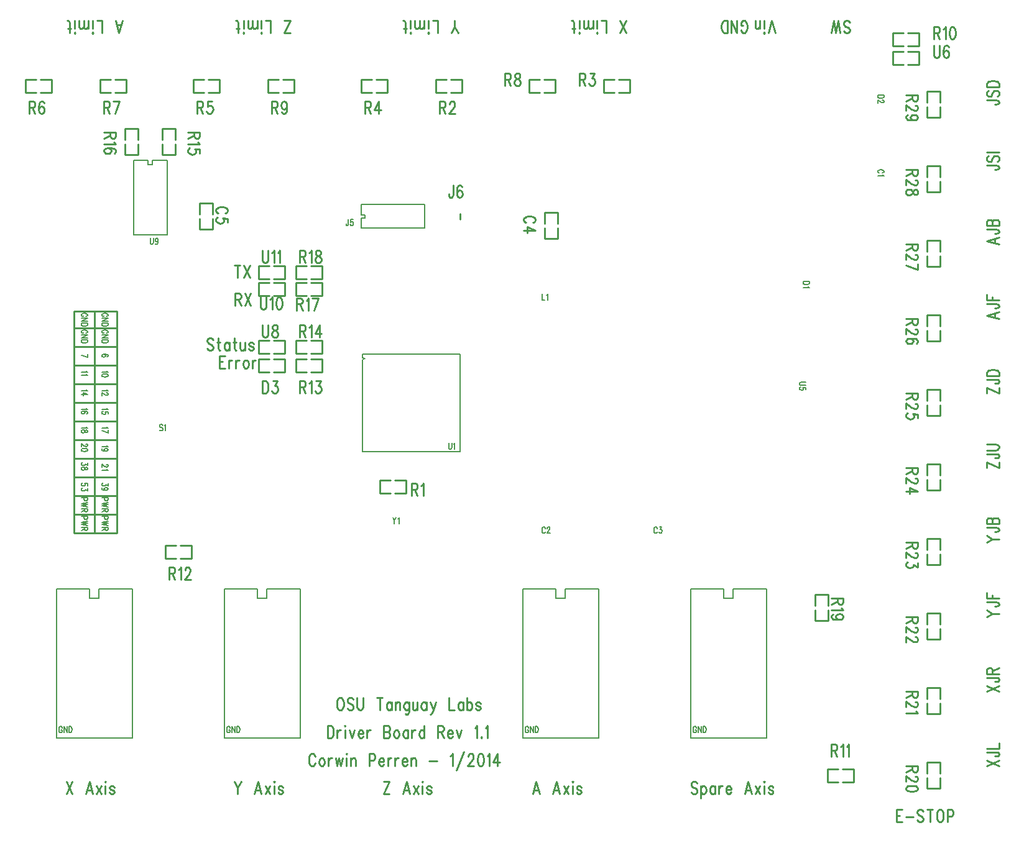
<source format=gto>
*
*
G04 PADS 9.3.1 Build Number: 456998 generated Gerber (RS-274-X) file*
G04 PC Version=2.1*
*
%IN "Mega2560DriverBoard.pcb"*%
*
%MOIN*%
*
%FSLAX35Y35*%
*
*
*
*
G04 PC Standard Apertures*
*
*
G04 Thermal Relief Aperture macro.*
%AMTER*
1,1,$1,0,0*
1,0,$1-$2,0,0*
21,0,$3,$4,0,0,45*
21,0,$3,$4,0,0,135*
%
*
*
G04 Annular Aperture macro.*
%AMANN*
1,1,$1,0,0*
1,0,$2,0,0*
%
*
*
G04 Odd Aperture macro.*
%AMODD*
1,1,$1,0,0*
1,0,$1-0.005,0,0*
%
*
*
G04 PC Custom Aperture Macros*
*
*
*
*
*
*
G04 PC Aperture Table*
*
%ADD010C,0.001*%
%ADD011C,0.01*%
%ADD012C,0.005*%
%ADD040C,0.00787*%
*
*
*
*
G04 PC Circuitry*
G04 Layer Name Mega2560DriverBoard.pcb - circuitry*
%LPD*%
*
*
G04 PC Custom Flashes*
G04 Layer Name Mega2560DriverBoard.pcb - flashes*
%LPD*%
*
*
G04 PC Circuitry*
G04 Layer Name Mega2560DriverBoard.pcb - circuitry*
%LPD*%
*
G54D10*
G54D11*
G01X1418800Y1888500D02*
X1413000D01*
Y1881500*
X1418800*
X1421200Y1888500D02*
X1427000D01*
Y1881500*
X1421200*
X1448800Y2103500D02*
X1443000D01*
Y2096500*
X1448800*
X1451200Y2103500D02*
X1457000D01*
Y2096500*
X1451200*
X1538800Y2103500D02*
X1533000D01*
Y2096500*
X1538800*
X1541200Y2103500D02*
X1547000D01*
Y2096500*
X1541200*
X1411200D02*
X1417000D01*
Y2103500*
X1411200*
X1408800Y2096500D02*
X1403000D01*
Y2103500*
X1408800*
X1321200Y2096500D02*
X1327000D01*
Y2103500*
X1321200*
X1318800Y2096500D02*
X1313000D01*
Y2103500*
X1318800*
X1231200Y2096500D02*
X1237000D01*
Y2103500*
X1231200*
X1228800Y2096500D02*
X1223000D01*
Y2103500*
X1228800*
X1268800D02*
X1263000D01*
Y2096500*
X1268800*
X1271200Y2103500D02*
X1277000D01*
Y2096500*
X1271200*
X1501200D02*
X1507000D01*
Y2103500*
X1501200*
X1498800Y2096500D02*
X1493000D01*
Y2103500*
X1498800*
X1358800D02*
X1353000D01*
Y2096500*
X1358800*
X1361200Y2103500D02*
X1367000D01*
Y2096500*
X1361200*
X1456000Y2028500D02*
Y2031500D01*
X1501500Y2023800D02*
Y2018000D01*
X1508500*
Y2023800*
X1501500Y2026200D02*
Y2032000D01*
X1508500*
Y2026200*
X1693800Y2118500D02*
X1688000D01*
Y2111500*
X1693800*
X1696200Y2118500D02*
X1702000D01*
Y2111500*
X1696200*
Y2121500D02*
X1702000D01*
Y2128500*
X1696200*
X1693800Y2121500D02*
X1688000D01*
Y2128500*
X1693800*
X1661200Y1726500D02*
X1667000D01*
Y1733500*
X1661200*
X1658800Y1726500D02*
X1653000D01*
Y1733500*
X1658800*
X1303800Y1853500D02*
X1298000D01*
Y1846500*
X1303800*
X1306200Y1853500D02*
X1312000D01*
Y1846500*
X1306200*
X1356200Y1956500D02*
X1362000D01*
Y1963500*
X1356200*
X1353800Y1956500D02*
X1348000D01*
Y1963500*
X1353800*
X1376200Y1956500D02*
X1382000D01*
Y1963500*
X1376200*
X1373800Y1956500D02*
X1368000D01*
Y1963500*
X1373800*
X1356200Y1946500D02*
X1362000D01*
Y1953500*
X1356200*
X1353800Y1946500D02*
X1348000D01*
Y1953500*
X1353800*
X1376200Y1946500D02*
X1382000D01*
Y1953500*
X1376200*
X1373800Y1946500D02*
X1368000D01*
Y1953500*
X1373800*
X1283500Y2071200D02*
Y2077000D01*
X1276500*
Y2071200*
X1283500Y2068800D02*
Y2063000D01*
X1276500*
Y2068800*
X1296500D02*
Y2063000D01*
X1303500*
Y2068800*
X1296500Y2071200D02*
Y2077000D01*
X1303500*
Y2071200*
X1316500Y2028800D02*
Y2023000D01*
X1323500*
Y2028800*
X1316500Y2031200D02*
Y2037000D01*
X1323500*
Y2031200*
X1376200Y1987500D02*
X1382000D01*
Y1994500*
X1376200*
X1373800Y1987500D02*
X1368000D01*
Y1994500*
X1373800*
X1376200Y1996500D02*
X1382000D01*
Y2003500*
X1376200*
X1373800Y1996500D02*
X1368000D01*
Y2003500*
X1373800*
X1353800Y1994500D02*
X1348000D01*
Y1987500*
X1353800*
X1356200Y1994500D02*
X1362000D01*
Y1987500*
X1356200*
X1353800Y2003500D02*
X1348000D01*
Y1996500*
X1353800*
X1356200Y2003500D02*
X1362000D01*
Y1996500*
X1356200*
X1646500Y1818800D02*
Y1813000D01*
X1653500*
Y1818800*
X1646500Y1821200D02*
Y1827000D01*
X1653500*
Y1821200*
X1713500Y1731200D02*
Y1737000D01*
X1706500*
Y1731200*
X1713500Y1728800D02*
Y1723000D01*
X1706500*
Y1728800*
X1713500Y1771200D02*
Y1777000D01*
X1706500*
Y1771200*
X1713500Y1768800D02*
Y1763000D01*
X1706500*
Y1768800*
X1713500Y1811200D02*
Y1817000D01*
X1706500*
Y1811200*
X1713500Y1808800D02*
Y1803000D01*
X1706500*
Y1808800*
X1713500Y1851200D02*
Y1857000D01*
X1706500*
Y1851200*
X1713500Y1848800D02*
Y1843000D01*
X1706500*
Y1848800*
X1713500Y1891200D02*
Y1897000D01*
X1706500*
Y1891200*
X1713500Y1888800D02*
Y1883000D01*
X1706500*
Y1888800*
X1713500Y1931200D02*
Y1937000D01*
X1706500*
Y1931200*
X1713500Y1928800D02*
Y1923000D01*
X1706500*
Y1928800*
X1713500Y1971200D02*
Y1977000D01*
X1706500*
Y1971200*
X1713500Y1968800D02*
Y1963000D01*
X1706500*
Y1968800*
X1713500Y2011200D02*
Y2017000D01*
X1706500*
Y2011200*
X1713500Y2008800D02*
Y2003000D01*
X1706500*
Y2008800*
X1713500Y2051200D02*
Y2057000D01*
X1706500*
Y2051200*
X1713500Y2048800D02*
Y2043000D01*
X1706500*
Y2048800*
X1713500Y2091200D02*
Y2097000D01*
X1706500*
Y2091200*
X1713500Y2088800D02*
Y2083000D01*
X1706500*
Y2088800*
X1272000Y1970000D02*
X1249000D01*
X1272000Y1960000D02*
X1249000D01*
X1272000Y1950000D02*
X1249000D01*
X1272000Y1940000D02*
X1249000D01*
X1272000Y1930000D02*
X1249000D01*
X1272000Y1920000D02*
X1249000D01*
X1272000Y1910000D02*
X1249000D01*
X1272000Y1900000D02*
X1249000D01*
X1272000Y1890000D02*
X1249000D01*
X1272000Y1880000D02*
X1249000D01*
X1272000Y1870000D02*
X1249000D01*
X1272000Y1979000D02*
Y1860000D01*
X1249000*
Y1979000*
X1272000*
X1260000D02*
Y1860000D01*
X1430000Y1886563D02*
Y1880000D01*
Y1886563D02*
X1432045D01*
X1432045D02*
X1432727Y1886250D01*
X1432955Y1885938*
X1432955D02*
X1433182Y1885313D01*
X1433182D02*
Y1884688D01*
X1433182D02*
X1432955Y1884063D01*
X1432955D02*
X1432727Y1883750D01*
X1432045Y1883438*
X1432045D02*
X1430000D01*
X1431591D02*
X1433182Y1880000D01*
X1435227Y1885313D02*
X1435682Y1885625D01*
X1436364Y1886563*
X1436364D02*
Y1880000D01*
X1445000Y2091563D02*
Y2085000D01*
Y2091563D02*
X1447045D01*
X1447045D02*
X1447727Y2091250D01*
X1447955Y2090938*
X1447955D02*
X1448182Y2090313D01*
X1448182D02*
Y2089688D01*
X1448182D02*
X1447955Y2089063D01*
X1447955D02*
X1447727Y2088750D01*
X1447045Y2088438*
X1447045D02*
X1445000D01*
X1446591D02*
X1448182Y2085000D01*
X1450455Y2090000D02*
Y2090313D01*
X1450455D02*
X1450682Y2090938D01*
X1450682D02*
X1450909Y2091250D01*
X1451364Y2091563*
X1451364D02*
X1452273D01*
X1452273D02*
X1452727Y2091250D01*
X1452955Y2090938*
X1452955D02*
X1453182Y2090313D01*
X1453182D02*
Y2089688D01*
X1453182D02*
X1452955Y2089063D01*
X1452955D02*
X1452500Y2088125D01*
X1450227Y2085000*
X1453409*
X1520000Y2106563D02*
Y2100000D01*
Y2106563D02*
X1522045D01*
X1522045D02*
X1522727Y2106250D01*
X1522955Y2105938*
X1522955D02*
X1523182Y2105313D01*
X1523182D02*
Y2104688D01*
X1523182D02*
X1522955Y2104063D01*
X1522955D02*
X1522727Y2103750D01*
X1522045Y2103438*
X1522045D02*
X1520000D01*
X1521591D02*
X1523182Y2100000D01*
X1525682Y2106563D02*
X1528182D01*
X1528182D02*
X1526818Y2104063D01*
X1526818D02*
X1527500D01*
X1527500D02*
X1527955Y2103750D01*
X1528182Y2103438*
X1528182D02*
X1528409Y2102500D01*
Y2101875*
X1528182Y2100938*
X1528182D02*
X1527727Y2100313D01*
X1527727D02*
X1527045Y2100000D01*
X1526364*
X1525682Y2100313*
X1525682D02*
X1525455Y2100625D01*
X1525227Y2101250*
X1405000Y2091563D02*
Y2085000D01*
Y2091563D02*
X1407045D01*
X1407045D02*
X1407727Y2091250D01*
X1407955Y2090938*
X1407955D02*
X1408182Y2090313D01*
X1408182D02*
Y2089688D01*
X1408182D02*
X1407955Y2089063D01*
X1407955D02*
X1407727Y2088750D01*
X1407045Y2088438*
X1407045D02*
X1405000D01*
X1406591D02*
X1408182Y2085000D01*
X1412500Y2091563D02*
X1410227Y2087188D01*
X1410227D02*
X1413636D01*
X1412500Y2091563D02*
Y2085000D01*
X1315000Y2091563D02*
Y2085000D01*
Y2091563D02*
X1317045D01*
X1317045D02*
X1317727Y2091250D01*
X1317955Y2090938*
X1317955D02*
X1318182Y2090313D01*
X1318182D02*
Y2089688D01*
X1318182D02*
X1317955Y2089063D01*
X1317955D02*
X1317727Y2088750D01*
X1317045Y2088438*
X1317045D02*
X1315000D01*
X1316591D02*
X1318182Y2085000D01*
X1323182Y2091563D02*
X1320909D01*
X1320909D02*
X1320682Y2088750D01*
X1320909Y2089063*
X1320909D02*
X1321591Y2089375D01*
X1322273*
X1322955Y2089063*
X1322955D02*
X1323409Y2088438D01*
X1323409D02*
X1323636Y2087500D01*
X1323409Y2086875*
X1323182Y2085938*
X1323182D02*
X1322727Y2085313D01*
X1322727D02*
X1322045Y2085000D01*
X1321364*
X1320682Y2085313*
X1320682D02*
X1320455Y2085625D01*
X1320227Y2086250*
X1225000Y2091563D02*
Y2085000D01*
Y2091563D02*
X1227045D01*
X1227045D02*
X1227727Y2091250D01*
X1227955Y2090938*
X1227955D02*
X1228182Y2090313D01*
X1228182D02*
Y2089688D01*
X1228182D02*
X1227955Y2089063D01*
X1227955D02*
X1227727Y2088750D01*
X1227045Y2088438*
X1227045D02*
X1225000D01*
X1226591D02*
X1228182Y2085000D01*
X1232955Y2090625D02*
X1232727Y2091250D01*
X1232045Y2091563*
X1232045D02*
X1231591D01*
X1231591D02*
X1230909Y2091250D01*
X1230455Y2090313*
X1230455D02*
X1230227Y2088750D01*
Y2087188*
X1230227D02*
X1230455Y2085938D01*
X1230455D02*
X1230909Y2085313D01*
X1230909D02*
X1231591Y2085000D01*
X1231818*
X1232500Y2085313*
X1232500D02*
X1232955Y2085938D01*
X1232955D02*
X1233182Y2086875D01*
Y2087188*
X1233182D02*
X1232955Y2088125D01*
X1232500Y2088750*
X1231818Y2089063*
X1231818D02*
X1231591D01*
X1231591D02*
X1230909Y2088750D01*
X1230455Y2088125*
X1230227Y2087188*
X1265000Y2091563D02*
Y2085000D01*
Y2091563D02*
X1267045D01*
X1267045D02*
X1267727Y2091250D01*
X1267955Y2090938*
X1267955D02*
X1268182Y2090313D01*
X1268182D02*
Y2089688D01*
X1268182D02*
X1267955Y2089063D01*
X1267955D02*
X1267727Y2088750D01*
X1267045Y2088438*
X1267045D02*
X1265000D01*
X1266591D02*
X1268182Y2085000D01*
X1273409Y2091563D02*
X1271136Y2085000D01*
X1270227Y2091563D02*
X1273409D01*
X1480000Y2106563D02*
Y2100000D01*
Y2106563D02*
X1482045D01*
X1482045D02*
X1482727Y2106250D01*
X1482955Y2105938*
X1482955D02*
X1483182Y2105313D01*
X1483182D02*
Y2104688D01*
X1483182D02*
X1482955Y2104063D01*
X1482955D02*
X1482727Y2103750D01*
X1482045Y2103438*
X1482045D02*
X1480000D01*
X1481591D02*
X1483182Y2100000D01*
X1486364Y2106563D02*
X1485682Y2106250D01*
X1485455Y2105625*
Y2105000*
X1485682Y2104375*
X1486136Y2104063*
X1486136D02*
X1487045Y2103750D01*
X1487727Y2103438*
X1487727D02*
X1488182Y2102813D01*
X1488182D02*
X1488409Y2102188D01*
X1488409D02*
Y2101250D01*
X1488182Y2100625*
X1487955Y2100313*
X1487955D02*
X1487273Y2100000D01*
X1486364*
X1485682Y2100313*
X1485682D02*
X1485455Y2100625D01*
X1485227Y2101250*
Y2102188*
X1485227D02*
X1485455Y2102813D01*
X1485455D02*
X1485909Y2103438D01*
X1485909D02*
X1486591Y2103750D01*
X1487500Y2104063*
X1487500D02*
X1487955Y2104375D01*
X1488182Y2105000*
Y2105625*
X1487955Y2106250*
X1487273Y2106563*
X1487273D02*
X1486364D01*
X1355000Y2091563D02*
Y2085000D01*
Y2091563D02*
X1357045D01*
X1357045D02*
X1357727Y2091250D01*
X1357955Y2090938*
X1357955D02*
X1358182Y2090313D01*
X1358182D02*
Y2089688D01*
X1358182D02*
X1357955Y2089063D01*
X1357955D02*
X1357727Y2088750D01*
X1357045Y2088438*
X1357045D02*
X1355000D01*
X1356591D02*
X1358182Y2085000D01*
X1363182Y2089375D02*
X1362955Y2088438D01*
X1362955D02*
X1362500Y2087813D01*
X1362500D02*
X1361818Y2087500D01*
X1361591*
X1360909Y2087813*
X1360909D02*
X1360455Y2088438D01*
X1360455D02*
X1360227Y2089375D01*
Y2089688*
X1360227D02*
X1360455Y2090625D01*
X1360909Y2091250*
X1361591Y2091563*
X1361591D02*
X1361818D01*
X1361818D02*
X1362500Y2091250D01*
X1362955Y2090625*
X1363182Y2089375*
Y2087813*
X1363182D02*
X1362955Y2086250D01*
X1362500Y2085313*
X1362500D02*
X1361818Y2085000D01*
X1361364*
X1360682Y2085313*
X1360682D02*
X1360455Y2085938D01*
X1452273Y2046563D02*
Y2041563D01*
X1452273D02*
X1452045Y2040625D01*
X1451818Y2040313*
X1451818D02*
X1451364Y2040000D01*
X1450909*
X1450455Y2040313*
X1450455D02*
X1450227Y2040625D01*
X1450000Y2041563*
X1450000D02*
Y2042188D01*
X1457045Y2045625D02*
X1456818Y2046250D01*
X1456136Y2046563*
X1456136D02*
X1455682D01*
X1455682D02*
X1455000Y2046250D01*
X1454545Y2045313*
X1454545D02*
X1454318Y2043750D01*
Y2042188*
X1454318D02*
X1454545Y2040938D01*
X1454545D02*
X1455000Y2040313D01*
X1455000D02*
X1455682Y2040000D01*
X1455909*
X1456591Y2040313*
X1456591D02*
X1457045Y2040938D01*
X1457045D02*
X1457273Y2041875D01*
Y2042188*
X1457273D02*
X1457045Y2043125D01*
X1456591Y2043750*
X1455909Y2044063*
X1455909D02*
X1455682D01*
X1455682D02*
X1455000Y2043750D01*
X1454545Y2043125*
X1454318Y2042188*
X1495000Y2026591D02*
X1495625Y2026818D01*
X1496250Y2027273*
X1496563Y2027727*
X1496563D02*
Y2028636D01*
X1496563D02*
X1496250Y2029091D01*
X1495625Y2029545*
X1495000Y2029773*
X1494063Y2030000*
X1494063D02*
X1492500D01*
X1491563Y2029773*
X1491563D02*
X1490938Y2029545D01*
X1490938D02*
X1490313Y2029091D01*
X1490313D02*
X1490000Y2028636D01*
Y2027727*
X1490313Y2027273*
X1490313D02*
X1490938Y2026818D01*
X1490938D02*
X1491563Y2026591D01*
X1496563Y2022273D02*
X1492188Y2024545D01*
X1492188D02*
Y2021136D01*
X1496563Y2022273D02*
X1490000D01*
X1710000Y2131563D02*
Y2125000D01*
Y2131563D02*
X1712045D01*
X1712045D02*
X1712727Y2131250D01*
X1712955Y2130938*
X1712955D02*
X1713182Y2130313D01*
X1713182D02*
Y2129688D01*
X1713182D02*
X1712955Y2129063D01*
X1712955D02*
X1712727Y2128750D01*
X1712045Y2128438*
X1712045D02*
X1710000D01*
X1711591D02*
X1713182Y2125000D01*
X1715227Y2130313D02*
X1715682Y2130625D01*
X1716364Y2131563*
X1716364D02*
Y2125000D01*
X1719773Y2131563D02*
X1719091Y2131250D01*
X1718636Y2130313*
X1718636D02*
X1718409Y2128750D01*
Y2127813*
X1718409D02*
X1718636Y2126250D01*
X1719091Y2125313*
X1719091D02*
X1719773Y2125000D01*
X1720227*
X1720909Y2125313*
X1720909D02*
X1721364Y2126250D01*
X1721591Y2127813*
X1721591D02*
Y2128750D01*
X1721364Y2130313*
X1721364D02*
X1720909Y2131250D01*
X1720227Y2131563*
X1720227D02*
X1719773D01*
X1710000Y2121563D02*
Y2116875D01*
X1710227Y2115938*
X1710682Y2115313*
X1711364Y2115000*
X1711818*
X1712500Y2115313*
X1712955Y2115938*
X1713182Y2116875*
Y2121563*
X1717955Y2120625D02*
X1717727Y2121250D01*
X1717045Y2121563*
X1716591*
X1715909Y2121250*
X1715455Y2120313*
X1715227Y2118750*
Y2117188*
X1715455Y2115938*
X1715909Y2115313*
X1716591Y2115000*
X1716818*
X1717500Y2115313*
X1717955Y2115938*
X1718182Y2116875*
Y2117188*
X1717955Y2118125*
X1717500Y2118750*
X1716818Y2119063*
X1716591*
X1715909Y2118750*
X1715455Y2118125*
X1715227Y2117188*
X1655000Y1746562D02*
Y1740000D01*
Y1746562D02*
X1657045D01*
X1657045D02*
X1657727Y1746250D01*
X1657955Y1745937*
X1657955D02*
X1658182Y1745312D01*
X1658182D02*
Y1744687D01*
X1658182D02*
X1657955Y1744062D01*
X1657955D02*
X1657727Y1743750D01*
X1657045Y1743437*
X1657045D02*
X1655000D01*
X1656591D02*
X1658182Y1740000D01*
X1660227Y1745312D02*
X1660682Y1745625D01*
X1661364Y1746562*
X1661364D02*
Y1740000D01*
X1663409Y1745312D02*
X1663864Y1745625D01*
X1664545Y1746562*
X1664545D02*
Y1740000D01*
X1300000Y1841563D02*
Y1835000D01*
Y1841563D02*
X1302045D01*
X1302045D02*
X1302727Y1841250D01*
X1302955Y1840938*
X1302955D02*
X1303182Y1840313D01*
X1303182D02*
Y1839688D01*
X1303182D02*
X1302955Y1839063D01*
X1302955D02*
X1302727Y1838750D01*
X1302045Y1838438*
X1302045D02*
X1300000D01*
X1301591D02*
X1303182Y1835000D01*
X1305227Y1840313D02*
X1305682Y1840625D01*
X1306364Y1841563*
X1306364D02*
Y1835000D01*
X1308636Y1840000D02*
Y1840313D01*
X1308636D02*
X1308864Y1840938D01*
X1308864D02*
X1309091Y1841250D01*
X1309545Y1841563*
X1309545D02*
X1310455D01*
X1310455D02*
X1310909Y1841250D01*
X1311136Y1840938*
X1311136D02*
X1311364Y1840313D01*
X1311364D02*
Y1839688D01*
X1311364D02*
X1311136Y1839063D01*
X1311136D02*
X1310682Y1838125D01*
X1308409Y1835000*
X1311591*
X1350000Y1971562D02*
Y1966875D01*
X1350227Y1965937*
X1350227D02*
X1350682Y1965312D01*
X1350682D02*
X1351364Y1965000D01*
X1351818*
X1352500Y1965312*
X1352500D02*
X1352955Y1965937D01*
X1352955D02*
X1353182Y1966875D01*
Y1971562*
X1356364D02*
X1355682Y1971250D01*
X1355455Y1970625*
Y1970000*
X1355682Y1969375*
X1356136Y1969062*
X1356136D02*
X1357045Y1968750D01*
X1357727Y1968437*
X1357727D02*
X1358182Y1967812D01*
X1358182D02*
X1358409Y1967187D01*
X1358409D02*
Y1966250D01*
X1358182Y1965625*
X1357955Y1965312*
X1357955D02*
X1357273Y1965000D01*
X1356364*
X1355682Y1965312*
X1355682D02*
X1355455Y1965625D01*
X1355227Y1966250*
Y1967187*
X1355227D02*
X1355455Y1967812D01*
X1355455D02*
X1355909Y1968437D01*
X1355909D02*
X1356591Y1968750D01*
X1357500Y1969062*
X1357500D02*
X1357955Y1969375D01*
X1358182Y1970000*
Y1970625*
X1357955Y1971250*
X1357273Y1971562*
X1357273D02*
X1356364D01*
X1370000Y1941563D02*
Y1935000D01*
Y1941563D02*
X1372045D01*
X1372045D02*
X1372727Y1941250D01*
X1372955Y1940938*
X1372955D02*
X1373182Y1940313D01*
X1373182D02*
Y1939688D01*
X1373182D02*
X1372955Y1939063D01*
X1372955D02*
X1372727Y1938750D01*
X1372045Y1938438*
X1372045D02*
X1370000D01*
X1371591D02*
X1373182Y1935000D01*
X1375227Y1940313D02*
X1375682Y1940625D01*
X1376364Y1941563*
X1376364D02*
Y1935000D01*
X1378864Y1941563D02*
X1381364D01*
X1381364D02*
X1380000Y1939063D01*
X1380000D02*
X1380682D01*
X1380682D02*
X1381136Y1938750D01*
X1381364Y1938438*
X1381364D02*
X1381591Y1937500D01*
Y1936875*
X1381364Y1935938*
X1381364D02*
X1380909Y1935313D01*
X1380909D02*
X1380227Y1935000D01*
X1379545*
X1378864Y1935313*
X1378864D02*
X1378636Y1935625D01*
X1378409Y1936250*
X1350000Y1941563D02*
Y1935000D01*
Y1941563D02*
X1351591D01*
X1351591D02*
X1352273Y1941250D01*
X1352727Y1940625*
X1352955Y1940000*
X1353182Y1939063*
X1353182D02*
Y1937500D01*
X1352955Y1936563*
X1352955D02*
X1352727Y1935938D01*
X1352727D02*
X1352273Y1935313D01*
X1352273D02*
X1351591Y1935000D01*
X1350000*
X1355682Y1941563D02*
X1358182D01*
X1358182D02*
X1356818Y1939063D01*
X1356818D02*
X1357500D01*
X1357500D02*
X1357955Y1938750D01*
X1358182Y1938438*
X1358182D02*
X1358409Y1937500D01*
Y1936875*
X1358182Y1935938*
X1358182D02*
X1357727Y1935313D01*
X1357727D02*
X1357045Y1935000D01*
X1356364*
X1355682Y1935313*
X1355682D02*
X1355455Y1935625D01*
X1355227Y1936250*
X1370000Y1971563D02*
Y1965000D01*
Y1971563D02*
X1372045D01*
X1372045D02*
X1372727Y1971250D01*
X1372955Y1970938*
X1372955D02*
X1373182Y1970313D01*
X1373182D02*
Y1969688D01*
X1373182D02*
X1372955Y1969063D01*
X1372955D02*
X1372727Y1968750D01*
X1372045Y1968438*
X1372045D02*
X1370000D01*
X1371591D02*
X1373182Y1965000D01*
X1375227Y1970313D02*
X1375682Y1970625D01*
X1376364Y1971563*
X1376364D02*
Y1965000D01*
X1380682Y1971563D02*
X1378409Y1967188D01*
X1378409D02*
X1381818D01*
X1380682Y1971563D02*
Y1965000D01*
X1316563Y2075000D02*
X1310000D01*
X1316563D02*
Y2072955D01*
X1316563D02*
X1316250Y2072273D01*
X1315938Y2072045*
X1315938D02*
X1315313Y2071818D01*
X1315313D02*
X1314688D01*
X1314688D02*
X1314063Y2072045D01*
X1314063D02*
X1313750Y2072273D01*
X1313438Y2072955*
X1313438D02*
Y2075000D01*
Y2073409D02*
X1310000Y2071818D01*
X1315313Y2069773D02*
X1315625Y2069318D01*
X1316563Y2068636*
X1316563D02*
X1310000D01*
X1316563Y2063636D02*
Y2065909D01*
X1316563D02*
X1313750Y2066136D01*
X1314063Y2065909*
X1314063D02*
X1314375Y2065227D01*
Y2064545*
X1314063Y2063864*
X1314063D02*
X1313438Y2063409D01*
X1313438D02*
X1312500Y2063182D01*
X1311875Y2063409*
X1310938Y2063636*
X1310938D02*
X1310313Y2064091D01*
X1310313D02*
X1310000Y2064773D01*
Y2065455*
X1310313Y2066136*
X1310313D02*
X1310625Y2066364D01*
X1311250Y2066591*
X1271563Y2075000D02*
X1265000D01*
X1271563D02*
Y2072955D01*
X1271563D02*
X1271250Y2072273D01*
X1270938Y2072045*
X1270938D02*
X1270313Y2071818D01*
X1270313D02*
X1269688D01*
X1269688D02*
X1269063Y2072045D01*
X1269063D02*
X1268750Y2072273D01*
X1268438Y2072955*
X1268438D02*
Y2075000D01*
Y2073409D02*
X1265000Y2071818D01*
X1270313Y2069773D02*
X1270625Y2069318D01*
X1271563Y2068636*
X1271563D02*
X1265000D01*
X1270625Y2063864D02*
X1271250Y2064091D01*
X1271563Y2064773*
X1271563D02*
Y2065227D01*
X1271563D02*
X1271250Y2065909D01*
X1270313Y2066364*
X1270313D02*
X1268750Y2066591D01*
X1267188*
X1267188D02*
X1265938Y2066364D01*
X1265938D02*
X1265313Y2065909D01*
X1265313D02*
X1265000Y2065227D01*
Y2065000*
X1265313Y2064318*
X1265313D02*
X1265938Y2063864D01*
X1265938D02*
X1266875Y2063636D01*
X1267188*
X1267188D02*
X1268125Y2063864D01*
X1268750Y2064318*
X1269063Y2065000*
X1269063D02*
Y2065227D01*
X1269063D02*
X1268750Y2065909D01*
X1268125Y2066364*
X1267188Y2066591*
X1330000Y2031591D02*
X1330625Y2031818D01*
X1331250Y2032273*
X1331562Y2032727*
X1331562D02*
Y2033636D01*
X1331562D02*
X1331250Y2034091D01*
X1330625Y2034545*
X1330000Y2034773*
X1329062Y2035000*
X1329062D02*
X1327500D01*
X1326562Y2034773*
X1326562D02*
X1325937Y2034545D01*
X1325937D02*
X1325312Y2034091D01*
X1325312D02*
X1325000Y2033636D01*
Y2032727*
X1325312Y2032273*
X1325312D02*
X1325937Y2031818D01*
X1325937D02*
X1326562Y2031591D01*
X1331562Y2026591D02*
Y2028864D01*
X1331562D02*
X1328750Y2029091D01*
X1329062Y2028864*
X1329062D02*
X1329375Y2028182D01*
Y2027500*
X1329062Y2026818*
X1329062D02*
X1328437Y2026364D01*
X1328437D02*
X1327500Y2026136D01*
X1326875Y2026364*
X1325937Y2026591*
X1325937D02*
X1325312Y2027045D01*
X1325312D02*
X1325000Y2027727D01*
Y2028409*
X1325312Y2029091*
X1325312D02*
X1325625Y2029318D01*
X1326250Y2029545*
X1368500Y1986063D02*
Y1979500D01*
Y1986063D02*
X1370545D01*
X1370545D02*
X1371227Y1985750D01*
X1371455Y1985438*
X1371455D02*
X1371682Y1984813D01*
X1371682D02*
Y1984188D01*
X1371682D02*
X1371455Y1983563D01*
X1371455D02*
X1371227Y1983250D01*
X1370545Y1982938*
X1370545D02*
X1368500D01*
X1370091D02*
X1371682Y1979500D01*
X1373727Y1984813D02*
X1374182Y1985125D01*
X1374864Y1986063*
X1374864D02*
Y1979500D01*
X1380091Y1986063D02*
X1377818Y1979500D01*
X1376909Y1986063D02*
X1380091D01*
X1370000Y2011562D02*
Y2005000D01*
Y2011562D02*
X1372045D01*
X1372045D02*
X1372727Y2011250D01*
X1372955Y2010937*
X1372955D02*
X1373182Y2010312D01*
X1373182D02*
Y2009687D01*
X1373182D02*
X1372955Y2009062D01*
X1372955D02*
X1372727Y2008750D01*
X1372045Y2008437*
X1372045D02*
X1370000D01*
X1371591D02*
X1373182Y2005000D01*
X1375227Y2010312D02*
X1375682Y2010625D01*
X1376364Y2011562*
X1376364D02*
Y2005000D01*
X1379545Y2011562D02*
X1378864Y2011250D01*
X1378636Y2010625*
Y2010000*
X1378864Y2009375*
X1379318Y2009062*
X1379318D02*
X1380227Y2008750D01*
X1380909Y2008437*
X1380909D02*
X1381364Y2007812D01*
X1381364D02*
X1381591Y2007187D01*
X1381591D02*
Y2006250D01*
X1381364Y2005625*
X1381136Y2005312*
X1381136D02*
X1380455Y2005000D01*
X1379545*
X1378864Y2005312*
X1378864D02*
X1378636Y2005625D01*
X1378409Y2006250*
Y2007187*
X1378409D02*
X1378636Y2007812D01*
X1378636D02*
X1379091Y2008437D01*
X1379091D02*
X1379773Y2008750D01*
X1380682Y2009062*
X1380682D02*
X1381136Y2009375D01*
X1381364Y2010000*
Y2010625*
X1381136Y2011250*
X1380455Y2011562*
X1380455D02*
X1379545D01*
X1349000Y1986563D02*
Y1981875D01*
X1349227Y1980938*
X1349227D02*
X1349682Y1980313D01*
X1349682D02*
X1350364Y1980000D01*
X1350818*
X1351500Y1980313*
X1351500D02*
X1351955Y1980938D01*
X1351955D02*
X1352182Y1981875D01*
Y1986563*
X1354227Y1985313D02*
X1354682Y1985625D01*
X1355364Y1986563*
X1355364D02*
Y1980000D01*
X1358773Y1986563D02*
X1358091Y1986250D01*
X1357636Y1985313*
X1357636D02*
X1357409Y1983750D01*
Y1982813*
X1357409D02*
X1357636Y1981250D01*
X1358091Y1980313*
X1358091D02*
X1358773Y1980000D01*
X1359227*
X1359909Y1980313*
X1359909D02*
X1360364Y1981250D01*
X1360591Y1982813*
X1360591D02*
Y1983750D01*
X1360364Y1985313*
X1360364D02*
X1359909Y1986250D01*
X1359227Y1986563*
X1359227D02*
X1358773D01*
X1350000Y2011563D02*
Y2006875D01*
X1350227Y2005938*
X1350227D02*
X1350682Y2005313D01*
X1350682D02*
X1351364Y2005000D01*
X1351818*
X1352500Y2005313*
X1352500D02*
X1352955Y2005938D01*
X1352955D02*
X1353182Y2006875D01*
Y2011563*
X1355227Y2010313D02*
X1355682Y2010625D01*
X1356364Y2011563*
X1356364D02*
Y2005000D01*
X1358409Y2010313D02*
X1358864Y2010625D01*
X1359545Y2011563*
X1359545D02*
Y2005000D01*
X1661562Y1825000D02*
X1655000D01*
X1661562D02*
Y1822955D01*
X1661562D02*
X1661250Y1822273D01*
X1660937Y1822045*
X1660937D02*
X1660312Y1821818D01*
X1660312D02*
X1659687D01*
X1659687D02*
X1659062Y1822045D01*
X1659062D02*
X1658750Y1822273D01*
X1658437Y1822955*
X1658437D02*
Y1825000D01*
Y1823409D02*
X1655000Y1821818D01*
X1660312Y1819773D02*
X1660625Y1819318D01*
X1661562Y1818636*
X1661562D02*
X1655000D01*
X1659375Y1813636D02*
X1658437Y1813864D01*
X1658437D02*
X1657812Y1814318D01*
X1657812D02*
X1657500Y1815000D01*
Y1815227*
X1657812Y1815909*
X1657812D02*
X1658437Y1816364D01*
X1658437D02*
X1659375Y1816591D01*
X1659687*
X1659687D02*
X1660625Y1816364D01*
X1661250Y1815909*
X1661562Y1815227*
X1661562D02*
Y1815000D01*
X1661562D02*
X1661250Y1814318D01*
X1660625Y1813864*
X1659375Y1813636*
X1657812*
X1657812D02*
X1656250Y1813864D01*
X1655312Y1814318*
X1655312D02*
X1655000Y1815000D01*
Y1815455*
X1655312Y1816136*
X1655312D02*
X1655937Y1816364D01*
X1701563Y1735000D02*
X1695000D01*
X1701563D02*
Y1732955D01*
X1701563D02*
X1701250Y1732273D01*
X1700938Y1732045*
X1700938D02*
X1700313Y1731818D01*
X1700313D02*
X1699688D01*
X1699688D02*
X1699063Y1732045D01*
X1699063D02*
X1698750Y1732273D01*
X1698438Y1732955*
X1698438D02*
Y1735000D01*
Y1733409D02*
X1695000Y1731818D01*
X1700000Y1729545D02*
X1700313D01*
X1700313D02*
X1700938Y1729318D01*
X1700938D02*
X1701250Y1729091D01*
X1701563Y1728636*
X1701563D02*
Y1727727D01*
X1701563D02*
X1701250Y1727273D01*
X1700938Y1727045*
X1700938D02*
X1700313Y1726818D01*
X1700313D02*
X1699688D01*
X1699688D02*
X1699063Y1727045D01*
X1699063D02*
X1698125Y1727500D01*
X1695000Y1729773*
Y1726591*
X1701563Y1723182D02*
X1701250Y1723864D01*
X1700313Y1724318*
X1700313D02*
X1698750Y1724545D01*
X1697813*
X1697813D02*
X1696250Y1724318D01*
X1695313Y1723864*
X1695313D02*
X1695000Y1723182D01*
Y1722727*
X1695313Y1722045*
X1695313D02*
X1696250Y1721591D01*
X1697813Y1721364*
X1697813D02*
X1698750D01*
X1700313Y1721591*
X1700313D02*
X1701250Y1722045D01*
X1701563Y1722727*
X1701563D02*
Y1723182D01*
Y1775000D02*
X1695000D01*
X1701563D02*
Y1772955D01*
X1701563D02*
X1701250Y1772273D01*
X1700938Y1772045*
X1700938D02*
X1700313Y1771818D01*
X1700313D02*
X1699688D01*
X1699688D02*
X1699063Y1772045D01*
X1699063D02*
X1698750Y1772273D01*
X1698438Y1772955*
X1698438D02*
Y1775000D01*
Y1773409D02*
X1695000Y1771818D01*
X1700000Y1769545D02*
X1700313D01*
X1700313D02*
X1700938Y1769318D01*
X1700938D02*
X1701250Y1769091D01*
X1701563Y1768636*
X1701563D02*
Y1767727D01*
X1701563D02*
X1701250Y1767273D01*
X1700938Y1767045*
X1700938D02*
X1700313Y1766818D01*
X1700313D02*
X1699688D01*
X1699688D02*
X1699063Y1767045D01*
X1699063D02*
X1698125Y1767500D01*
X1695000Y1769773*
Y1766591*
X1700313Y1764545D02*
X1700625Y1764091D01*
X1701563Y1763409*
X1701563D02*
X1695000D01*
X1701563Y1815000D02*
X1695000D01*
X1701563D02*
Y1812955D01*
X1701563D02*
X1701250Y1812273D01*
X1700938Y1812045*
X1700938D02*
X1700313Y1811818D01*
X1700313D02*
X1699688D01*
X1699688D02*
X1699063Y1812045D01*
X1699063D02*
X1698750Y1812273D01*
X1698438Y1812955*
X1698438D02*
Y1815000D01*
Y1813409D02*
X1695000Y1811818D01*
X1700000Y1809545D02*
X1700313D01*
X1700313D02*
X1700938Y1809318D01*
X1700938D02*
X1701250Y1809091D01*
X1701563Y1808636*
X1701563D02*
Y1807727D01*
X1701563D02*
X1701250Y1807273D01*
X1700938Y1807045*
X1700938D02*
X1700313Y1806818D01*
X1700313D02*
X1699688D01*
X1699688D02*
X1699063Y1807045D01*
X1699063D02*
X1698125Y1807500D01*
X1695000Y1809773*
Y1806591*
X1700000Y1804318D02*
X1700313D01*
X1700313D02*
X1700938Y1804091D01*
X1700938D02*
X1701250Y1803864D01*
X1701563Y1803409*
X1701563D02*
Y1802500D01*
X1701563D02*
X1701250Y1802045D01*
X1700938Y1801818*
X1700938D02*
X1700313Y1801591D01*
X1700313D02*
X1699688D01*
X1699688D02*
X1699063Y1801818D01*
X1699063D02*
X1698125Y1802273D01*
X1695000Y1804545*
Y1801364*
X1701563Y1855000D02*
X1695000D01*
X1701563D02*
Y1852955D01*
X1701563D02*
X1701250Y1852273D01*
X1700938Y1852045*
X1700938D02*
X1700313Y1851818D01*
X1700313D02*
X1699688D01*
X1699688D02*
X1699063Y1852045D01*
X1699063D02*
X1698750Y1852273D01*
X1698438Y1852955*
X1698438D02*
Y1855000D01*
Y1853409D02*
X1695000Y1851818D01*
X1700000Y1849545D02*
X1700313D01*
X1700313D02*
X1700938Y1849318D01*
X1700938D02*
X1701250Y1849091D01*
X1701563Y1848636*
X1701563D02*
Y1847727D01*
X1701563D02*
X1701250Y1847273D01*
X1700938Y1847045*
X1700938D02*
X1700313Y1846818D01*
X1700313D02*
X1699688D01*
X1699688D02*
X1699063Y1847045D01*
X1699063D02*
X1698125Y1847500D01*
X1695000Y1849773*
Y1846591*
X1701563Y1844091D02*
Y1841591D01*
X1701563D02*
X1699063Y1842955D01*
X1699063D02*
Y1842273D01*
X1699063D02*
X1698750Y1841818D01*
X1698438Y1841591*
X1698438D02*
X1697500Y1841364D01*
X1696875*
X1695938Y1841591*
X1695938D02*
X1695313Y1842045D01*
X1695313D02*
X1695000Y1842727D01*
Y1843409*
X1695313Y1844091*
X1695313D02*
X1695625Y1844318D01*
X1696250Y1844545*
X1701563Y1895000D02*
X1695000D01*
X1701563D02*
Y1892955D01*
X1701563D02*
X1701250Y1892273D01*
X1700938Y1892045*
X1700938D02*
X1700313Y1891818D01*
X1700313D02*
X1699688D01*
X1699688D02*
X1699063Y1892045D01*
X1699063D02*
X1698750Y1892273D01*
X1698438Y1892955*
X1698438D02*
Y1895000D01*
Y1893409D02*
X1695000Y1891818D01*
X1700000Y1889545D02*
X1700313D01*
X1700313D02*
X1700938Y1889318D01*
X1700938D02*
X1701250Y1889091D01*
X1701563Y1888636*
X1701563D02*
Y1887727D01*
X1701563D02*
X1701250Y1887273D01*
X1700938Y1887045*
X1700938D02*
X1700313Y1886818D01*
X1700313D02*
X1699688D01*
X1699688D02*
X1699063Y1887045D01*
X1699063D02*
X1698125Y1887500D01*
X1695000Y1889773*
Y1886591*
X1701563Y1882273D02*
X1697188Y1884545D01*
X1697188D02*
Y1881136D01*
X1701563Y1882273D02*
X1695000D01*
X1701563Y1935000D02*
X1695000D01*
X1701563D02*
Y1932955D01*
X1701563D02*
X1701250Y1932273D01*
X1700938Y1932045*
X1700938D02*
X1700313Y1931818D01*
X1700313D02*
X1699688D01*
X1699688D02*
X1699063Y1932045D01*
X1699063D02*
X1698750Y1932273D01*
X1698438Y1932955*
X1698438D02*
Y1935000D01*
Y1933409D02*
X1695000Y1931818D01*
X1700000Y1929545D02*
X1700313D01*
X1700313D02*
X1700938Y1929318D01*
X1700938D02*
X1701250Y1929091D01*
X1701563Y1928636*
X1701563D02*
Y1927727D01*
X1701563D02*
X1701250Y1927273D01*
X1700938Y1927045*
X1700938D02*
X1700313Y1926818D01*
X1700313D02*
X1699688D01*
X1699688D02*
X1699063Y1927045D01*
X1699063D02*
X1698125Y1927500D01*
X1695000Y1929773*
Y1926591*
X1701563Y1921591D02*
Y1923864D01*
X1701563D02*
X1698750Y1924091D01*
X1699063Y1923864*
X1699063D02*
X1699375Y1923182D01*
Y1922500*
X1699063Y1921818*
X1699063D02*
X1698438Y1921364D01*
X1698438D02*
X1697500Y1921136D01*
X1696875Y1921364*
X1695938Y1921591*
X1695938D02*
X1695313Y1922045D01*
X1695313D02*
X1695000Y1922727D01*
Y1923409*
X1695313Y1924091*
X1695313D02*
X1695625Y1924318D01*
X1696250Y1924545*
X1701563Y1975000D02*
X1695000D01*
X1701563D02*
Y1972955D01*
X1701563D02*
X1701250Y1972273D01*
X1700938Y1972045*
X1700938D02*
X1700313Y1971818D01*
X1700313D02*
X1699688D01*
X1699688D02*
X1699063Y1972045D01*
X1699063D02*
X1698750Y1972273D01*
X1698438Y1972955*
X1698438D02*
Y1975000D01*
Y1973409D02*
X1695000Y1971818D01*
X1700000Y1969545D02*
X1700313D01*
X1700313D02*
X1700938Y1969318D01*
X1700938D02*
X1701250Y1969091D01*
X1701563Y1968636*
X1701563D02*
Y1967727D01*
X1701563D02*
X1701250Y1967273D01*
X1700938Y1967045*
X1700938D02*
X1700313Y1966818D01*
X1700313D02*
X1699688D01*
X1699688D02*
X1699063Y1967045D01*
X1699063D02*
X1698125Y1967500D01*
X1695000Y1969773*
Y1966591*
X1700625Y1961818D02*
X1701250Y1962045D01*
X1701563Y1962727*
X1701563D02*
Y1963182D01*
X1701563D02*
X1701250Y1963864D01*
X1700313Y1964318*
X1700313D02*
X1698750Y1964545D01*
X1697188*
X1697188D02*
X1695938Y1964318D01*
X1695938D02*
X1695313Y1963864D01*
X1695313D02*
X1695000Y1963182D01*
Y1962955*
X1695313Y1962273*
X1695313D02*
X1695938Y1961818D01*
X1695938D02*
X1696875Y1961591D01*
X1697188*
X1697188D02*
X1698125Y1961818D01*
X1698750Y1962273*
X1699063Y1962955*
X1699063D02*
Y1963182D01*
X1699063D02*
X1698750Y1963864D01*
X1698125Y1964318*
X1697188Y1964545*
X1701563Y2015000D02*
X1695000D01*
X1701563D02*
Y2012955D01*
X1701563D02*
X1701250Y2012273D01*
X1700938Y2012045*
X1700938D02*
X1700313Y2011818D01*
X1700313D02*
X1699688D01*
X1699688D02*
X1699063Y2012045D01*
X1699063D02*
X1698750Y2012273D01*
X1698438Y2012955*
X1698438D02*
Y2015000D01*
Y2013409D02*
X1695000Y2011818D01*
X1700000Y2009545D02*
X1700313D01*
X1700313D02*
X1700938Y2009318D01*
X1700938D02*
X1701250Y2009091D01*
X1701563Y2008636*
X1701563D02*
Y2007727D01*
X1701563D02*
X1701250Y2007273D01*
X1700938Y2007045*
X1700938D02*
X1700313Y2006818D01*
X1700313D02*
X1699688D01*
X1699688D02*
X1699063Y2007045D01*
X1699063D02*
X1698125Y2007500D01*
X1695000Y2009773*
Y2006591*
X1701563Y2001364D02*
X1695000Y2003636D01*
X1701563Y2004545D02*
Y2001364D01*
Y2055000D02*
X1695000D01*
X1701563D02*
Y2052955D01*
X1701563D02*
X1701250Y2052273D01*
X1700938Y2052045*
X1700938D02*
X1700313Y2051818D01*
X1700313D02*
X1699688D01*
X1699688D02*
X1699063Y2052045D01*
X1699063D02*
X1698750Y2052273D01*
X1698438Y2052955*
X1698438D02*
Y2055000D01*
Y2053409D02*
X1695000Y2051818D01*
X1700000Y2049545D02*
X1700313D01*
X1700313D02*
X1700938Y2049318D01*
X1700938D02*
X1701250Y2049091D01*
X1701563Y2048636*
X1701563D02*
Y2047727D01*
X1701563D02*
X1701250Y2047273D01*
X1700938Y2047045*
X1700938D02*
X1700313Y2046818D01*
X1700313D02*
X1699688D01*
X1699688D02*
X1699063Y2047045D01*
X1699063D02*
X1698125Y2047500D01*
X1695000Y2049773*
Y2046591*
X1701563Y2043409D02*
X1701250Y2044091D01*
X1700625Y2044318*
X1700000*
X1699375Y2044091*
X1699063Y2043636*
X1699063D02*
X1698750Y2042727D01*
X1698438Y2042045*
X1698438D02*
X1697813Y2041591D01*
X1697813D02*
X1697188Y2041364D01*
X1697188D02*
X1696250D01*
X1695625Y2041591*
X1695313Y2041818*
X1695313D02*
X1695000Y2042500D01*
Y2043409*
X1695313Y2044091*
X1695313D02*
X1695625Y2044318D01*
X1696250Y2044545*
X1697188*
X1697188D02*
X1697813Y2044318D01*
X1697813D02*
X1698438Y2043864D01*
X1698438D02*
X1698750Y2043182D01*
X1699063Y2042273*
X1699063D02*
X1699375Y2041818D01*
X1700000Y2041591*
X1700625*
X1701250Y2041818*
X1701563Y2042500*
X1701563D02*
Y2043409D01*
Y2095000D02*
X1695000D01*
X1701563D02*
Y2092955D01*
X1701563D02*
X1701250Y2092273D01*
X1700938Y2092045*
X1700938D02*
X1700313Y2091818D01*
X1700313D02*
X1699688D01*
X1699688D02*
X1699063Y2092045D01*
X1699063D02*
X1698750Y2092273D01*
X1698438Y2092955*
X1698438D02*
Y2095000D01*
Y2093409D02*
X1695000Y2091818D01*
X1700000Y2089545D02*
X1700313D01*
X1700313D02*
X1700938Y2089318D01*
X1700938D02*
X1701250Y2089091D01*
X1701563Y2088636*
X1701563D02*
Y2087727D01*
X1701563D02*
X1701250Y2087273D01*
X1700938Y2087045*
X1700938D02*
X1700313Y2086818D01*
X1700313D02*
X1699688D01*
X1699688D02*
X1699063Y2087045D01*
X1699063D02*
X1698125Y2087500D01*
X1695000Y2089773*
Y2086591*
X1699375Y2081591D02*
X1698438Y2081818D01*
X1698438D02*
X1697813Y2082273D01*
X1697813D02*
X1697500Y2082955D01*
Y2083182*
X1697813Y2083864*
X1697813D02*
X1698438Y2084318D01*
X1698438D02*
X1699375Y2084545D01*
X1699688*
X1699688D02*
X1700625Y2084318D01*
X1701250Y2083864*
X1701563Y2083182*
X1701563D02*
Y2082955D01*
X1701563D02*
X1701250Y2082273D01*
X1700625Y2081818*
X1699375Y2081591*
X1697813*
X1697813D02*
X1696250Y2081818D01*
X1695313Y2082273*
X1695313D02*
X1695000Y2082955D01*
Y2083409*
X1695313Y2084091*
X1695313D02*
X1695938Y2084318D01*
X1245000Y1726563D02*
X1248182Y1720000D01*
Y1726563D02*
X1245000Y1720000D01*
X1257273Y1726563D02*
X1255455Y1720000D01*
X1257273Y1726563D02*
X1259091Y1720000D01*
X1256136Y1722188D02*
X1258409D01*
X1261136Y1724375D02*
X1263636Y1720000D01*
Y1724375D02*
X1261136Y1720000D01*
X1265682Y1726563D02*
X1265909Y1726250D01*
X1266136Y1726563*
X1266136D02*
X1265909Y1726875D01*
X1265682Y1726563*
X1265909Y1724375D02*
Y1720000D01*
X1270682Y1723438D02*
X1270455Y1724063D01*
X1270455D02*
X1269773Y1724375D01*
X1269091*
X1268409Y1724063*
X1268409D02*
X1268182Y1723438D01*
X1268182D02*
X1268409Y1722813D01*
X1268409D02*
X1268864Y1722500D01*
X1270000Y1722188*
X1270000D02*
X1270455Y1721875D01*
X1270682Y1721250*
Y1720938*
X1270682D02*
X1270455Y1720313D01*
X1270455D02*
X1269773Y1720000D01*
X1269091*
X1268409Y1720313*
X1268409D02*
X1268182Y1720938D01*
X1335000Y1726563D02*
X1336818Y1723438D01*
X1336818D02*
Y1720000D01*
X1338636Y1726563D02*
X1336818Y1723438D01*
X1347727Y1726563D02*
X1345909Y1720000D01*
X1347727Y1726563D02*
X1349545Y1720000D01*
X1346591Y1722188D02*
X1348864D01*
X1351591Y1724375D02*
X1354091Y1720000D01*
Y1724375D02*
X1351591Y1720000D01*
X1356136Y1726563D02*
X1356364Y1726250D01*
X1356591Y1726563*
X1356591D02*
X1356364Y1726875D01*
X1356136Y1726563*
X1356364Y1724375D02*
Y1720000D01*
X1361136Y1723438D02*
X1360909Y1724063D01*
X1360909D02*
X1360227Y1724375D01*
X1359545*
X1358864Y1724063*
X1358864D02*
X1358636Y1723438D01*
X1358636D02*
X1358864Y1722813D01*
X1358864D02*
X1359318Y1722500D01*
X1360455Y1722188*
X1360455D02*
X1360909Y1721875D01*
X1361136Y1721250*
Y1720938*
X1361136D02*
X1360909Y1720313D01*
X1360909D02*
X1360227Y1720000D01*
X1359545*
X1358864Y1720313*
X1358864D02*
X1358636Y1720938D01*
X1418182Y1726563D02*
X1415000Y1720000D01*
Y1726563D02*
X1418182D01*
X1415000Y1720000D02*
X1418182D01*
X1427273Y1726563D02*
X1425455Y1720000D01*
X1427273Y1726563D02*
X1429091Y1720000D01*
X1426136Y1722188D02*
X1428409D01*
X1431136Y1724375D02*
X1433636Y1720000D01*
Y1724375D02*
X1431136Y1720000D01*
X1435682Y1726563D02*
X1435909Y1726250D01*
X1436136Y1726563*
X1436136D02*
X1435909Y1726875D01*
X1435682Y1726563*
X1435909Y1724375D02*
Y1720000D01*
X1440682Y1723438D02*
X1440455Y1724063D01*
X1440455D02*
X1439773Y1724375D01*
X1439091*
X1438409Y1724063*
X1438409D02*
X1438182Y1723438D01*
X1438182D02*
X1438409Y1722813D01*
X1438409D02*
X1438864Y1722500D01*
X1440000Y1722188*
X1440000D02*
X1440455Y1721875D01*
X1440682Y1721250*
Y1720938*
X1440682D02*
X1440455Y1720313D01*
X1440455D02*
X1439773Y1720000D01*
X1439091*
X1438409Y1720313*
X1438409D02*
X1438182Y1720938D01*
X1496818Y1726563D02*
X1495000Y1720000D01*
X1496818Y1726563D02*
X1498636Y1720000D01*
X1495682Y1722188D02*
X1497955D01*
X1507727Y1726563D02*
X1505909Y1720000D01*
X1507727Y1726563D02*
X1509545Y1720000D01*
X1506591Y1722188D02*
X1508864D01*
X1511591Y1724375D02*
X1514091Y1720000D01*
Y1724375D02*
X1511591Y1720000D01*
X1516136Y1726563D02*
X1516364Y1726250D01*
X1516591Y1726563*
X1516591D02*
X1516364Y1726875D01*
X1516136Y1726563*
X1516364Y1724375D02*
Y1720000D01*
X1521136Y1723438D02*
X1520909Y1724063D01*
X1520909D02*
X1520227Y1724375D01*
X1519545*
X1518864Y1724063*
X1518864D02*
X1518636Y1723438D01*
X1518636D02*
X1518864Y1722813D01*
X1518864D02*
X1519318Y1722500D01*
X1520455Y1722188*
X1520455D02*
X1520909Y1721875D01*
X1521136Y1721250*
Y1720938*
X1521136D02*
X1520909Y1720313D01*
X1520909D02*
X1520227Y1720000D01*
X1519545*
X1518864Y1720313*
X1518864D02*
X1518636Y1720938D01*
X1583182Y1725625D02*
X1582727Y1726250D01*
X1582045Y1726563*
X1582045D02*
X1581136D01*
X1581136D02*
X1580455Y1726250D01*
X1580000Y1725625*
Y1725000*
X1580227Y1724375*
X1580455Y1724063*
X1580455D02*
X1580909Y1723750D01*
X1582273Y1723125*
X1582727Y1722813*
X1582727D02*
X1582955Y1722500D01*
X1583182Y1721875*
Y1720938*
X1583182D02*
X1582727Y1720313D01*
X1582727D02*
X1582045Y1720000D01*
X1581136*
X1580455Y1720313*
X1580455D02*
X1580000Y1720938D01*
X1585227Y1724375D02*
Y1717812D01*
Y1723438D02*
X1585682Y1724063D01*
X1585682D02*
X1586136Y1724375D01*
X1586818*
X1587273Y1724063*
X1587273D02*
X1587727Y1723438D01*
X1587727D02*
X1587955Y1722500D01*
Y1721875*
X1587727Y1720938*
X1587727D02*
X1587273Y1720313D01*
X1587273D02*
X1586818Y1720000D01*
X1586136*
X1585682Y1720313*
X1585682D02*
X1585227Y1720938D01*
X1592727Y1724375D02*
Y1720000D01*
Y1723438D02*
X1592273Y1724063D01*
X1592273D02*
X1591818Y1724375D01*
X1591136*
X1590682Y1724063*
X1590682D02*
X1590227Y1723438D01*
X1590227D02*
X1590000Y1722500D01*
Y1721875*
X1590227Y1720938*
X1590227D02*
X1590682Y1720313D01*
X1590682D02*
X1591136Y1720000D01*
X1591818*
X1592273Y1720313*
X1592273D02*
X1592727Y1720938D01*
X1594773Y1724375D02*
Y1720000D01*
Y1722500D02*
X1595000Y1723438D01*
X1595000D02*
X1595455Y1724063D01*
X1595455D02*
X1595909Y1724375D01*
X1596591*
X1598636Y1722500D02*
X1601364D01*
Y1723125*
X1601136Y1723750*
X1600909Y1724063*
X1600909D02*
X1600455Y1724375D01*
X1599773*
X1599318Y1724063*
X1599318D02*
X1598864Y1723438D01*
X1598864D02*
X1598636Y1722500D01*
Y1721875*
X1598864Y1720938*
X1598864D02*
X1599318Y1720313D01*
X1599318D02*
X1599773Y1720000D01*
X1600455*
X1600909Y1720313*
X1600909D02*
X1601364Y1720938D01*
X1610455Y1726563D02*
X1608636Y1720000D01*
X1610455Y1726563D02*
X1612273Y1720000D01*
X1609318Y1722188D02*
X1611591D01*
X1614318Y1724375D02*
X1616818Y1720000D01*
Y1724375D02*
X1614318Y1720000D01*
X1618864Y1726563D02*
X1619091Y1726250D01*
X1619318Y1726563*
X1619318D02*
X1619091Y1726875D01*
X1618864Y1726563*
X1619091Y1724375D02*
Y1720000D01*
X1623864Y1723438D02*
X1623636Y1724063D01*
X1623636D02*
X1622955Y1724375D01*
X1622273*
X1621591Y1724063*
X1621591D02*
X1621364Y1723438D01*
X1621364D02*
X1621591Y1722813D01*
X1621591D02*
X1622045Y1722500D01*
X1623182Y1722188*
X1623182D02*
X1623636Y1721875D01*
X1623864Y1721250*
Y1720938*
X1623864D02*
X1623636Y1720313D01*
X1623636D02*
X1622955Y1720000D01*
X1622273*
X1621591Y1720313*
X1621591D02*
X1621364Y1720938D01*
X1273182Y2128437D02*
X1275000Y2135000D01*
X1273182Y2128437D02*
X1271364Y2135000D01*
X1274318Y2132812D02*
X1272045D01*
X1264091Y2128437D02*
Y2135000D01*
X1261364*
X1259318Y2128437D02*
X1259091Y2128750D01*
X1258864Y2128437*
X1258864D02*
X1259091Y2128125D01*
X1259318Y2128437*
X1259091Y2130625D02*
Y2135000D01*
X1256818Y2130625D02*
Y2135000D01*
Y2131875D02*
X1256136Y2130937D01*
X1256136D02*
X1255682Y2130625D01*
X1255000*
X1254545Y2130937*
X1254545D02*
X1254318Y2131875D01*
Y2135000*
Y2131875D02*
X1253636Y2130937D01*
X1253636D02*
X1253182Y2130625D01*
X1252500*
X1252045Y2130937*
X1252045D02*
X1251818Y2131875D01*
Y2135000*
X1249773Y2128437D02*
X1249545Y2128750D01*
X1249318Y2128437*
X1249318D02*
X1249545Y2128125D01*
X1249773Y2128437*
X1249545Y2130625D02*
Y2135000D01*
X1246591Y2128437D02*
Y2133750D01*
X1246364Y2134687*
X1246364D02*
X1245909Y2135000D01*
X1245455*
X1247273Y2130625D02*
X1245682D01*
X1361818Y2128437D02*
X1365000Y2135000D01*
Y2128437D02*
X1361818D01*
X1365000Y2135000D02*
X1361818D01*
X1354545Y2128437D02*
Y2135000D01*
X1351818*
X1349773Y2128437D02*
X1349545Y2128750D01*
X1349318Y2128437*
X1349318D02*
X1349545Y2128125D01*
X1349773Y2128437*
X1349545Y2130625D02*
Y2135000D01*
X1347273Y2130625D02*
Y2135000D01*
Y2131875D02*
X1346591Y2130937D01*
X1346591D02*
X1346136Y2130625D01*
X1345455*
X1345000Y2130937*
X1345000D02*
X1344773Y2131875D01*
Y2135000*
Y2131875D02*
X1344091Y2130937D01*
X1344091D02*
X1343636Y2130625D01*
X1342955*
X1342500Y2130937*
X1342500D02*
X1342273Y2131875D01*
Y2135000*
X1340227Y2128437D02*
X1340000Y2128750D01*
X1339773Y2128437*
X1339773D02*
X1340000Y2128125D01*
X1340227Y2128437*
X1340000Y2130625D02*
Y2135000D01*
X1337045Y2128437D02*
Y2133750D01*
X1336818Y2134687*
X1336818D02*
X1336364Y2135000D01*
X1335909*
X1337727Y2130625D02*
X1336136D01*
X1545000Y2128437D02*
X1541818Y2135000D01*
Y2128437D02*
X1545000Y2135000D01*
X1534545Y2128437D02*
Y2135000D01*
X1531818*
X1529773Y2128437D02*
X1529545Y2128750D01*
X1529318Y2128437*
X1529318D02*
X1529545Y2128125D01*
X1529773Y2128437*
X1529545Y2130625D02*
Y2135000D01*
X1527273Y2130625D02*
Y2135000D01*
Y2131875D02*
X1526591Y2130937D01*
X1526591D02*
X1526136Y2130625D01*
X1525455*
X1525000Y2130937*
X1525000D02*
X1524773Y2131875D01*
Y2135000*
Y2131875D02*
X1524091Y2130937D01*
X1524091D02*
X1523636Y2130625D01*
X1522955*
X1522500Y2130937*
X1522500D02*
X1522273Y2131875D01*
Y2135000*
X1520227Y2128437D02*
X1520000Y2128750D01*
X1519773Y2128437*
X1519773D02*
X1520000Y2128125D01*
X1520227Y2128437*
X1520000Y2130625D02*
Y2135000D01*
X1517045Y2128437D02*
Y2133750D01*
X1516818Y2134687*
X1516818D02*
X1516364Y2135000D01*
X1515909*
X1517727Y2130625D02*
X1516136D01*
X1455000Y2128437D02*
X1453182Y2131562D01*
X1453182D02*
Y2135000D01*
X1451364Y2128437D02*
X1453182Y2131562D01*
X1444091Y2128437D02*
Y2135000D01*
X1441364*
X1439318Y2128437D02*
X1439091Y2128750D01*
X1438864Y2128437*
X1438864D02*
X1439091Y2128125D01*
X1439318Y2128437*
X1439091Y2130625D02*
Y2135000D01*
X1436818Y2130625D02*
Y2135000D01*
Y2131875D02*
X1436136Y2130937D01*
X1436136D02*
X1435682Y2130625D01*
X1435000*
X1434545Y2130937*
X1434545D02*
X1434318Y2131875D01*
Y2135000*
Y2131875D02*
X1433636Y2130937D01*
X1433636D02*
X1433182Y2130625D01*
X1432500*
X1432045Y2130937*
X1432045D02*
X1431818Y2131875D01*
Y2135000*
X1429773Y2128437D02*
X1429545Y2128750D01*
X1429318Y2128437*
X1429318D02*
X1429545Y2128125D01*
X1429773Y2128437*
X1429545Y2130625D02*
Y2135000D01*
X1426591Y2128437D02*
Y2133750D01*
X1426364Y2134687*
X1426364D02*
X1425909Y2135000D01*
X1425455*
X1427273Y2130625D02*
X1425682D01*
X1606591Y2130000D02*
X1606818Y2129375D01*
X1607273Y2128750*
X1607727Y2128437*
X1607727D02*
X1608636D01*
X1608636D02*
X1609091Y2128750D01*
X1609545Y2129375*
X1609773Y2130000*
X1610000Y2130937*
X1610000D02*
Y2132500D01*
X1609773Y2133437*
X1609773D02*
X1609545Y2134062D01*
X1609545D02*
X1609091Y2134687D01*
X1609091D02*
X1608636Y2135000D01*
X1607727*
X1607273Y2134687*
X1607273D02*
X1606818Y2134062D01*
X1606818D02*
X1606591Y2133437D01*
X1606591D02*
Y2132500D01*
X1607727D02*
X1606591D01*
X1604545Y2128437D02*
Y2135000D01*
Y2128437D02*
X1601364Y2135000D01*
Y2128437D02*
Y2135000D01*
X1599318Y2128437D02*
Y2135000D01*
Y2128437D02*
X1597727D01*
X1597727D02*
X1597045Y2128750D01*
X1596591Y2129375*
X1596364Y2130000*
X1596136Y2130937*
X1596136D02*
Y2132500D01*
X1596364Y2133437*
X1596364D02*
X1596591Y2134062D01*
X1596591D02*
X1597045Y2134687D01*
X1597045D02*
X1597727Y2135000D01*
X1599318*
X1625000Y2128437D02*
X1623182Y2135000D01*
X1621364Y2128437D02*
X1623182Y2135000D01*
X1619318Y2128437D02*
X1619091Y2128750D01*
X1618864Y2128437*
X1618864D02*
X1619091Y2128125D01*
X1619318Y2128437*
X1619091Y2130625D02*
Y2135000D01*
X1616818Y2130625D02*
Y2135000D01*
Y2131875D02*
X1616136Y2130937D01*
X1616136D02*
X1615682Y2130625D01*
X1615000*
X1614545Y2130937*
X1614545D02*
X1614318Y2131875D01*
Y2135000*
X1661818Y2129375D02*
X1662273Y2128750D01*
X1662955Y2128437*
X1662955D02*
X1663864D01*
X1663864D02*
X1664545Y2128750D01*
X1665000Y2129375*
Y2130000*
X1664773Y2130625*
X1664545Y2130937*
X1664545D02*
X1664091Y2131250D01*
X1662727Y2131875*
X1662273Y2132187*
X1662273D02*
X1662045Y2132500D01*
X1661818Y2133125*
Y2134062*
X1661818D02*
X1662273Y2134687D01*
X1662273D02*
X1662955Y2135000D01*
X1663864*
X1664545Y2134687*
X1664545D02*
X1665000Y2134062D01*
X1659773Y2128437D02*
X1658636Y2135000D01*
X1657500Y2128437D02*
X1658636Y2135000D01*
X1657500Y2128437D02*
X1656364Y2135000D01*
X1655227Y2128437D02*
X1656364Y2135000D01*
X1690000Y1711563D02*
Y1705000D01*
Y1711563D02*
X1692955D01*
X1690000Y1708438D02*
X1691818D01*
X1690000Y1705000D02*
X1692955D01*
X1695000Y1707813D02*
X1699091D01*
X1704318Y1710625D02*
X1703864Y1711250D01*
X1703182Y1711563*
X1703182D02*
X1702273D01*
X1702273D02*
X1701591Y1711250D01*
X1701136Y1710625*
Y1710000*
X1701364Y1709375*
X1701591Y1709063*
X1701591D02*
X1702045Y1708750D01*
X1703409Y1708125*
X1703864Y1707813*
X1703864D02*
X1704091Y1707500D01*
X1704318Y1706875*
Y1705938*
X1704318D02*
X1703864Y1705313D01*
X1703864D02*
X1703182Y1705000D01*
X1702273*
X1701591Y1705313*
X1701591D02*
X1701136Y1705938D01*
X1707955Y1711563D02*
Y1705000D01*
X1706364Y1711563D02*
X1709545D01*
X1712955D02*
X1712500Y1711250D01*
X1712045Y1710625*
X1711818Y1710000*
X1711591Y1709063*
X1711591D02*
Y1707500D01*
X1711818Y1706563*
X1711818D02*
X1712045Y1705938D01*
X1712045D02*
X1712500Y1705313D01*
X1712500D02*
X1712955Y1705000D01*
X1713864*
X1714318Y1705313*
X1714318D02*
X1714773Y1705938D01*
X1714773D02*
X1715000Y1706563D01*
X1715000D02*
X1715227Y1707500D01*
Y1709063*
X1715227D02*
X1715000Y1710000D01*
X1714773Y1710625*
X1714318Y1711250*
X1713864Y1711563*
X1713864D02*
X1712955D01*
X1717273D02*
Y1705000D01*
Y1711563D02*
X1719318D01*
X1719318D02*
X1720000Y1711250D01*
X1720227Y1710938*
X1720227D02*
X1720455Y1710313D01*
X1720455D02*
Y1709375D01*
X1720227Y1708750*
X1720000Y1708438*
X1720000D02*
X1719318Y1708125D01*
X1717273*
X1738437Y1735000D02*
X1745000Y1738182D01*
X1738437D02*
X1745000Y1735000D01*
X1738437Y1742500D02*
X1743437D01*
X1743437D02*
X1744375Y1742273D01*
X1744687Y1742045*
X1744687D02*
X1745000Y1741591D01*
Y1741136*
X1744687Y1740682*
X1744687D02*
X1744375Y1740455D01*
X1743437Y1740227*
X1743437D02*
X1742812D01*
X1738437Y1744545D02*
X1745000D01*
Y1747273*
X1738437Y1775000D02*
X1745000Y1778182D01*
X1738437D02*
X1745000Y1775000D01*
X1738437Y1782500D02*
X1743437D01*
X1743437D02*
X1744375Y1782273D01*
X1744687Y1782045*
X1744687D02*
X1745000Y1781591D01*
Y1781136*
X1744687Y1780682*
X1744687D02*
X1744375Y1780455D01*
X1743437Y1780227*
X1743437D02*
X1742812D01*
X1738437Y1784545D02*
X1745000D01*
X1738437D02*
Y1786591D01*
X1738437D02*
X1738750Y1787273D01*
X1739062Y1787500*
X1739062D02*
X1739687Y1787727D01*
X1739687D02*
X1740312D01*
X1740312D02*
X1740937Y1787500D01*
X1740937D02*
X1741250Y1787273D01*
X1741562Y1786591*
X1741562D02*
Y1784545D01*
Y1786136D02*
X1745000Y1787727D01*
X1738437Y1815000D02*
X1741562Y1816818D01*
X1741562D02*
X1745000D01*
X1738437Y1818636D02*
X1741562Y1816818D01*
X1738437Y1822955D02*
X1743437D01*
X1743437D02*
X1744375Y1822727D01*
X1744687Y1822500*
X1744687D02*
X1745000Y1822045D01*
Y1821591*
X1744687Y1821136*
X1744687D02*
X1744375Y1820909D01*
X1743437Y1820682*
X1743437D02*
X1742812D01*
X1738437Y1825000D02*
X1745000D01*
X1738437D02*
Y1827955D01*
X1741562Y1825000D02*
Y1826818D01*
X1738437Y1855000D02*
X1741562Y1856818D01*
X1741562D02*
X1745000D01*
X1738437Y1858636D02*
X1741562Y1856818D01*
X1738437Y1862955D02*
X1743437D01*
X1743437D02*
X1744375Y1862727D01*
X1744687Y1862500*
X1744687D02*
X1745000Y1862045D01*
Y1861591*
X1744687Y1861136*
X1744687D02*
X1744375Y1860909D01*
X1743437Y1860682*
X1743437D02*
X1742812D01*
X1738437Y1865000D02*
X1745000D01*
X1738437D02*
Y1867045D01*
X1738437D02*
X1738750Y1867727D01*
X1739062Y1867955*
X1739062D02*
X1739687Y1868182D01*
X1739687D02*
X1740312D01*
X1740312D02*
X1740937Y1867955D01*
X1740937D02*
X1741250Y1867727D01*
X1741562Y1867045*
Y1865000D02*
Y1867045D01*
X1741562D02*
X1741875Y1867727D01*
X1742187Y1867955*
X1742187D02*
X1742812Y1868182D01*
X1742812D02*
X1743750D01*
X1744375Y1867955*
X1744687Y1867727*
X1744687D02*
X1745000Y1867045D01*
Y1865000*
X1738437Y1898182D02*
X1745000Y1895000D01*
X1738437D02*
Y1898182D01*
X1745000Y1895000D02*
Y1898182D01*
X1738437Y1902500D02*
X1743437D01*
X1743437D02*
X1744375Y1902273D01*
X1744687Y1902045*
X1744687D02*
X1745000Y1901591D01*
Y1901136*
X1744687Y1900682*
X1744687D02*
X1744375Y1900455D01*
X1743437Y1900227*
X1743437D02*
X1742812D01*
X1738437Y1904545D02*
X1743125D01*
X1744062Y1904773*
X1744062D02*
X1744687Y1905227D01*
X1744687D02*
X1745000Y1905909D01*
Y1906364*
X1744687Y1907045*
X1744687D02*
X1744062Y1907500D01*
X1744062D02*
X1743125Y1907727D01*
X1738437*
Y1938182D02*
X1745000Y1935000D01*
X1738437D02*
Y1938182D01*
X1745000Y1935000D02*
Y1938182D01*
X1738437Y1942500D02*
X1743437D01*
X1743437D02*
X1744375Y1942273D01*
X1744687Y1942045*
X1744687D02*
X1745000Y1941591D01*
Y1941136*
X1744687Y1940682*
X1744687D02*
X1744375Y1940455D01*
X1743437Y1940227*
X1743437D02*
X1742812D01*
X1738437Y1944545D02*
X1745000D01*
X1738437D02*
Y1946136D01*
X1738437D02*
X1738750Y1946818D01*
X1739375Y1947273*
X1740000Y1947500*
X1740937Y1947727*
X1740937D02*
X1742500D01*
X1743437Y1947500*
X1743437D02*
X1744062Y1947273D01*
X1744062D02*
X1744687Y1946818D01*
X1744687D02*
X1745000Y1946136D01*
Y1944545*
X1738437Y1976818D02*
X1745000Y1975000D01*
X1738437Y1976818D02*
X1745000Y1978636D01*
X1742812Y1975682D02*
Y1977955D01*
X1738437Y1982955D02*
X1743437D01*
X1743437D02*
X1744375Y1982727D01*
X1744687Y1982500*
X1744687D02*
X1745000Y1982045D01*
Y1981591*
X1744687Y1981136*
X1744687D02*
X1744375Y1980909D01*
X1743437Y1980682*
X1743437D02*
X1742812D01*
X1738437Y1985000D02*
X1745000D01*
X1738437D02*
Y1987955D01*
X1741562Y1985000D02*
Y1986818D01*
X1738437Y2016818D02*
X1745000Y2015000D01*
X1738437Y2016818D02*
X1745000Y2018636D01*
X1742812Y2015682D02*
Y2017955D01*
X1738437Y2022955D02*
X1743437D01*
X1743437D02*
X1744375Y2022727D01*
X1744687Y2022500*
X1744687D02*
X1745000Y2022045D01*
Y2021591*
X1744687Y2021136*
X1744687D02*
X1744375Y2020909D01*
X1743437Y2020682*
X1743437D02*
X1742812D01*
X1738437Y2025000D02*
X1745000D01*
X1738437D02*
Y2027045D01*
X1738437D02*
X1738750Y2027727D01*
X1739062Y2027955*
X1739062D02*
X1739687Y2028182D01*
X1739687D02*
X1740312D01*
X1740312D02*
X1740937Y2027955D01*
X1740937D02*
X1741250Y2027727D01*
X1741562Y2027045*
Y2025000D02*
Y2027045D01*
X1741562D02*
X1741875Y2027727D01*
X1742187Y2027955*
X1742187D02*
X1742812Y2028182D01*
X1742812D02*
X1743750D01*
X1744375Y2027955*
X1744687Y2027727*
X1744687D02*
X1745000Y2027045D01*
Y2025000*
X1738437Y2057273D02*
X1743437D01*
X1743437D02*
X1744375Y2057045D01*
X1744687Y2056818*
X1744687D02*
X1745000Y2056364D01*
Y2055909*
X1744687Y2055455*
X1744687D02*
X1744375Y2055227D01*
X1743437Y2055000*
X1743437D02*
X1742812D01*
X1739375Y2062500D02*
X1738750Y2062045D01*
X1738437Y2061364*
X1738437D02*
Y2060455D01*
X1738437D02*
X1738750Y2059773D01*
X1739375Y2059318*
X1740000*
X1740625Y2059545*
X1740937Y2059773*
X1740937D02*
X1741250Y2060227D01*
X1741875Y2061591*
X1742187Y2062045*
X1742187D02*
X1742500Y2062273D01*
X1743125Y2062500*
X1744062*
X1744062D02*
X1744687Y2062045D01*
X1744687D02*
X1745000Y2061364D01*
Y2060455*
X1744687Y2059773*
X1744687D02*
X1744062Y2059318D01*
X1738437Y2064545D02*
X1745000D01*
X1738437Y2092273D02*
X1743437D01*
X1743437D02*
X1744375Y2092045D01*
X1744687Y2091818*
X1744687D02*
X1745000Y2091364D01*
Y2090909*
X1744687Y2090455*
X1744687D02*
X1744375Y2090227D01*
X1743437Y2090000*
X1743437D02*
X1742812D01*
X1739375Y2097500D02*
X1738750Y2097045D01*
X1738437Y2096364*
X1738437D02*
Y2095455D01*
X1738437D02*
X1738750Y2094773D01*
X1739375Y2094318*
X1740000*
X1740625Y2094545*
X1740937Y2094773*
X1740937D02*
X1741250Y2095227D01*
X1741875Y2096591*
X1742187Y2097045*
X1742187D02*
X1742500Y2097273D01*
X1743125Y2097500*
X1744062*
X1744062D02*
X1744687Y2097045D01*
X1744687D02*
X1745000Y2096364D01*
Y2095455*
X1744687Y2094773*
X1744687D02*
X1744062Y2094318D01*
X1738437Y2099545D02*
X1745000D01*
X1738437D02*
Y2101136D01*
X1738437D02*
X1738750Y2101818D01*
X1739375Y2102273*
X1740000Y2102500*
X1740937Y2102727*
X1740937D02*
X1742500D01*
X1743437Y2102500*
X1743437D02*
X1744062Y2102273D01*
X1744062D02*
X1744687Y2101818D01*
X1744687D02*
X1745000Y2101136D01*
Y2099545*
X1391364Y1771563D02*
X1390909Y1771250D01*
X1390455Y1770625*
X1390227Y1770000*
X1390000Y1769063*
X1390000D02*
Y1767500D01*
X1390227Y1766563*
X1390227D02*
X1390455Y1765938D01*
X1390455D02*
X1390909Y1765313D01*
X1390909D02*
X1391364Y1765000D01*
X1392273*
X1392727Y1765313*
X1392727D02*
X1393182Y1765938D01*
X1393182D02*
X1393409Y1766563D01*
X1393409D02*
X1393636Y1767500D01*
Y1769063*
X1393636D02*
X1393409Y1770000D01*
X1393182Y1770625*
X1392727Y1771250*
X1392273Y1771563*
X1392273D02*
X1391364D01*
X1398864Y1770625D02*
X1398409Y1771250D01*
X1397727Y1771563*
X1397727D02*
X1396818D01*
X1396818D02*
X1396136Y1771250D01*
X1395682Y1770625*
Y1770000*
X1395909Y1769375*
X1396136Y1769063*
X1396136D02*
X1396591Y1768750D01*
X1397955Y1768125*
X1398409Y1767813*
X1398409D02*
X1398636Y1767500D01*
X1398864Y1766875*
Y1765938*
X1398864D02*
X1398409Y1765313D01*
X1398409D02*
X1397727Y1765000D01*
X1396818*
X1396136Y1765313*
X1396136D02*
X1395682Y1765938D01*
X1400909Y1771563D02*
Y1766875D01*
X1401136Y1765938*
X1401136D02*
X1401591Y1765313D01*
X1401591D02*
X1402273Y1765000D01*
X1402727*
X1403409Y1765313*
X1403409D02*
X1403864Y1765938D01*
X1403864D02*
X1404091Y1766875D01*
Y1771563*
X1412955D02*
Y1765000D01*
X1411364Y1771563D02*
X1414545D01*
X1419318Y1769375D02*
Y1765000D01*
Y1768438D02*
X1418864Y1769063D01*
X1418864D02*
X1418409Y1769375D01*
X1417727*
X1417273Y1769063*
X1417273D02*
X1416818Y1768438D01*
X1416818D02*
X1416591Y1767500D01*
Y1766875*
X1416818Y1765938*
X1416818D02*
X1417273Y1765313D01*
X1417273D02*
X1417727Y1765000D01*
X1418409*
X1418864Y1765313*
X1418864D02*
X1419318Y1765938D01*
X1421364Y1769375D02*
Y1765000D01*
Y1768125D02*
X1422045Y1769063D01*
X1422045D02*
X1422500Y1769375D01*
X1423182*
X1423636Y1769063*
X1423636D02*
X1423864Y1768125D01*
Y1765000*
X1428636Y1769375D02*
Y1764375D01*
X1428409Y1763437*
X1428409D02*
X1428182Y1763125D01*
X1427727Y1762812*
X1427727D02*
X1427045D01*
X1427045D02*
X1426591Y1763125D01*
X1428636Y1768438D02*
X1428182Y1769063D01*
X1428182D02*
X1427727Y1769375D01*
X1427045*
X1426591Y1769063*
X1426591D02*
X1426136Y1768438D01*
X1426136D02*
X1425909Y1767500D01*
Y1766875*
X1426136Y1765938*
X1426136D02*
X1426591Y1765313D01*
X1426591D02*
X1427045Y1765000D01*
X1427727*
X1428182Y1765313*
X1428182D02*
X1428636Y1765938D01*
X1430682Y1769375D02*
Y1766250D01*
X1430909Y1765313*
X1430909D02*
X1431364Y1765000D01*
X1432045*
X1432500Y1765313*
X1432500D02*
X1433182Y1766250D01*
Y1769375D02*
Y1765000D01*
X1437955Y1769375D02*
Y1765000D01*
Y1768438D02*
X1437500Y1769063D01*
X1437500D02*
X1437045Y1769375D01*
X1436364*
X1435909Y1769063*
X1435909D02*
X1435455Y1768438D01*
X1435455D02*
X1435227Y1767500D01*
Y1766875*
X1435455Y1765938*
X1435455D02*
X1435909Y1765313D01*
X1435909D02*
X1436364Y1765000D01*
X1437045*
X1437500Y1765313*
X1437500D02*
X1437955Y1765938D01*
X1440227Y1769375D02*
X1441591Y1765000D01*
X1442955Y1769375D02*
X1441591Y1765000D01*
X1441136Y1763750*
X1440682Y1763125*
X1440227Y1762812*
X1440227D02*
X1440000D01*
X1450227Y1771563D02*
Y1765000D01*
X1452955*
X1457727Y1769375D02*
Y1765000D01*
Y1768438D02*
X1457273Y1769063D01*
X1457273D02*
X1456818Y1769375D01*
X1456136*
X1455682Y1769063*
X1455682D02*
X1455227Y1768438D01*
X1455227D02*
X1455000Y1767500D01*
Y1766875*
X1455227Y1765938*
X1455227D02*
X1455682Y1765313D01*
X1455682D02*
X1456136Y1765000D01*
X1456818*
X1457273Y1765313*
X1457273D02*
X1457727Y1765938D01*
X1459773Y1771563D02*
Y1765000D01*
Y1768438D02*
X1460227Y1769063D01*
X1460227D02*
X1460682Y1769375D01*
X1461364*
X1461818Y1769063*
X1461818D02*
X1462273Y1768438D01*
X1462273D02*
X1462500Y1767500D01*
Y1766875*
X1462273Y1765938*
X1462273D02*
X1461818Y1765313D01*
X1461818D02*
X1461364Y1765000D01*
X1460682*
X1460227Y1765313*
X1460227D02*
X1459773Y1765938D01*
X1467045Y1768438D02*
X1466818Y1769063D01*
X1466818D02*
X1466136Y1769375D01*
X1465455*
X1464773Y1769063*
X1464773D02*
X1464545Y1768438D01*
X1464545D02*
X1464773Y1767813D01*
X1464773D02*
X1465227Y1767500D01*
X1466364Y1767188*
X1466364D02*
X1466818Y1766875D01*
X1467045Y1766250*
Y1765938*
X1467045D02*
X1466818Y1765313D01*
X1466818D02*
X1466136Y1765000D01*
X1465455*
X1464773Y1765313*
X1464773D02*
X1464545Y1765938D01*
X1385000Y1756563D02*
Y1750000D01*
Y1756563D02*
X1386591D01*
X1386591D02*
X1387273Y1756250D01*
X1387727Y1755625*
X1387955Y1755000*
X1388182Y1754063*
X1388182D02*
Y1752500D01*
X1387955Y1751563*
X1387955D02*
X1387727Y1750938D01*
X1387727D02*
X1387273Y1750313D01*
X1387273D02*
X1386591Y1750000D01*
X1385000*
X1390227Y1754375D02*
Y1750000D01*
Y1752500D02*
X1390455Y1753438D01*
X1390455D02*
X1390909Y1754063D01*
X1390909D02*
X1391364Y1754375D01*
X1392045*
X1394091Y1756563D02*
X1394318Y1756250D01*
X1394545Y1756563*
X1394545D02*
X1394318Y1756875D01*
X1394091Y1756563*
X1394318Y1754375D02*
Y1750000D01*
X1396591Y1754375D02*
X1397955Y1750000D01*
X1399318Y1754375D02*
X1397955Y1750000D01*
X1401364Y1752500D02*
X1404091D01*
Y1753125*
X1403864Y1753750*
X1403636Y1754063*
X1403636D02*
X1403182Y1754375D01*
X1402500*
X1402045Y1754063*
X1402045D02*
X1401591Y1753438D01*
X1401591D02*
X1401364Y1752500D01*
Y1751875*
X1401591Y1750938*
X1401591D02*
X1402045Y1750313D01*
X1402045D02*
X1402500Y1750000D01*
X1403182*
X1403636Y1750313*
X1403636D02*
X1404091Y1750938D01*
X1406136Y1754375D02*
Y1750000D01*
Y1752500D02*
X1406364Y1753438D01*
X1406364D02*
X1406818Y1754063D01*
X1406818D02*
X1407273Y1754375D01*
X1407955*
X1415227Y1756563D02*
Y1750000D01*
Y1756563D02*
X1417273D01*
X1417273D02*
X1417955Y1756250D01*
X1418182Y1755938*
X1418182D02*
X1418409Y1755313D01*
X1418409D02*
Y1754688D01*
X1418409D02*
X1418182Y1754063D01*
X1418182D02*
X1417955Y1753750D01*
X1417273Y1753438*
X1415227D02*
X1417273D01*
X1417273D02*
X1417955Y1753125D01*
X1418182Y1752813*
X1418182D02*
X1418409Y1752188D01*
X1418409D02*
Y1751250D01*
X1418182Y1750625*
X1417955Y1750313*
X1417955D02*
X1417273Y1750000D01*
X1415227*
X1421591Y1754375D02*
X1421136Y1754063D01*
X1421136D02*
X1420682Y1753438D01*
X1420682D02*
X1420455Y1752500D01*
Y1751875*
X1420682Y1750938*
X1420682D02*
X1421136Y1750313D01*
X1421136D02*
X1421591Y1750000D01*
X1422273*
X1422727Y1750313*
X1422727D02*
X1423182Y1750938D01*
X1423182D02*
X1423409Y1751875D01*
Y1752500*
X1423182Y1753438*
X1423182D02*
X1422727Y1754063D01*
X1422727D02*
X1422273Y1754375D01*
X1421591*
X1428182D02*
Y1750000D01*
Y1753438D02*
X1427727Y1754063D01*
X1427727D02*
X1427273Y1754375D01*
X1426591*
X1426136Y1754063*
X1426136D02*
X1425682Y1753438D01*
X1425682D02*
X1425455Y1752500D01*
Y1751875*
X1425682Y1750938*
X1425682D02*
X1426136Y1750313D01*
X1426136D02*
X1426591Y1750000D01*
X1427273*
X1427727Y1750313*
X1427727D02*
X1428182Y1750938D01*
X1430227Y1754375D02*
Y1750000D01*
Y1752500D02*
X1430455Y1753438D01*
X1430455D02*
X1430909Y1754063D01*
X1430909D02*
X1431364Y1754375D01*
X1432045*
X1436818Y1756563D02*
Y1750000D01*
Y1753438D02*
X1436364Y1754063D01*
X1436364D02*
X1435909Y1754375D01*
X1435227*
X1434773Y1754063*
X1434773D02*
X1434318Y1753438D01*
X1434318D02*
X1434091Y1752500D01*
Y1751875*
X1434318Y1750938*
X1434318D02*
X1434773Y1750313D01*
X1434773D02*
X1435227Y1750000D01*
X1435909*
X1436364Y1750313*
X1436364D02*
X1436818Y1750938D01*
X1444091Y1756563D02*
Y1750000D01*
Y1756563D02*
X1446136D01*
X1446136D02*
X1446818Y1756250D01*
X1447045Y1755938*
X1447045D02*
X1447273Y1755313D01*
X1447273D02*
Y1754688D01*
X1447273D02*
X1447045Y1754063D01*
X1447045D02*
X1446818Y1753750D01*
X1446136Y1753438*
X1446136D02*
X1444091D01*
X1445682D02*
X1447273Y1750000D01*
X1449318Y1752500D02*
X1452045D01*
Y1753125*
X1451818Y1753750*
X1451591Y1754063*
X1451591D02*
X1451136Y1754375D01*
X1450455*
X1450000Y1754063*
X1450000D02*
X1449545Y1753438D01*
X1449545D02*
X1449318Y1752500D01*
Y1751875*
X1449545Y1750938*
X1449545D02*
X1450000Y1750313D01*
X1450000D02*
X1450455Y1750000D01*
X1451136*
X1451591Y1750313*
X1451591D02*
X1452045Y1750938D01*
X1454091Y1754375D02*
X1455455Y1750000D01*
X1456818Y1754375D02*
X1455455Y1750000D01*
X1464091Y1755313D02*
X1464545Y1755625D01*
X1465227Y1756563*
X1465227D02*
Y1750000D01*
X1467500Y1750625D02*
X1467273Y1750313D01*
X1467273D02*
X1467500Y1750000D01*
X1467727Y1750313*
X1467727D02*
X1467500Y1750625D01*
X1469773Y1755313D02*
X1470227Y1755625D01*
X1470909Y1756563*
X1470909D02*
Y1750000D01*
X1378409Y1740000D02*
X1378182Y1740625D01*
X1377727Y1741250*
X1377273Y1741563*
X1377273D02*
X1376364D01*
X1376364D02*
X1375909Y1741250D01*
X1375455Y1740625*
X1375227Y1740000*
X1375000Y1739063*
X1375000D02*
Y1737500D01*
X1375227Y1736563*
X1375227D02*
X1375455Y1735938D01*
X1375455D02*
X1375909Y1735313D01*
X1375909D02*
X1376364Y1735000D01*
X1377273*
X1377727Y1735313*
X1377727D02*
X1378182Y1735938D01*
X1378182D02*
X1378409Y1736563D01*
X1381591Y1739375D02*
X1381136Y1739063D01*
X1381136D02*
X1380682Y1738438D01*
X1380682D02*
X1380455Y1737500D01*
Y1736875*
X1380682Y1735938*
X1380682D02*
X1381136Y1735313D01*
X1381136D02*
X1381591Y1735000D01*
X1382273*
X1382727Y1735313*
X1382727D02*
X1383182Y1735938D01*
X1383182D02*
X1383409Y1736875D01*
Y1737500*
X1383182Y1738438*
X1383182D02*
X1382727Y1739063D01*
X1382727D02*
X1382273Y1739375D01*
X1381591*
X1385455D02*
Y1735000D01*
Y1737500D02*
X1385682Y1738438D01*
X1385682D02*
X1386136Y1739063D01*
X1386136D02*
X1386591Y1739375D01*
X1387273*
X1389318D02*
X1390227Y1735000D01*
X1391136Y1739375D02*
X1390227Y1735000D01*
X1391136Y1739375D02*
X1392045Y1735000D01*
X1392955Y1739375D02*
X1392045Y1735000D01*
X1395000Y1741563D02*
X1395227Y1741250D01*
X1395455Y1741563*
X1395455D02*
X1395227Y1741875D01*
X1395000Y1741563*
X1395227Y1739375D02*
Y1735000D01*
X1397500Y1739375D02*
Y1735000D01*
Y1738125D02*
X1398182Y1739063D01*
X1398182D02*
X1398636Y1739375D01*
X1399318*
X1399773Y1739063*
X1399773D02*
X1400000Y1738125D01*
Y1735000*
X1407273Y1741563D02*
Y1735000D01*
Y1741563D02*
X1409318D01*
X1409318D02*
X1410000Y1741250D01*
X1410227Y1740938*
X1410227D02*
X1410455Y1740313D01*
X1410455D02*
Y1739375D01*
X1410227Y1738750*
X1410000Y1738438*
X1410000D02*
X1409318Y1738125D01*
X1407273*
X1412500Y1737500D02*
X1415227D01*
Y1738125*
X1415000Y1738750*
X1414773Y1739063*
X1414773D02*
X1414318Y1739375D01*
X1413636*
X1413182Y1739063*
X1413182D02*
X1412727Y1738438D01*
X1412727D02*
X1412500Y1737500D01*
Y1736875*
X1412727Y1735938*
X1412727D02*
X1413182Y1735313D01*
X1413182D02*
X1413636Y1735000D01*
X1414318*
X1414773Y1735313*
X1414773D02*
X1415227Y1735938D01*
X1417273Y1739375D02*
Y1735000D01*
Y1737500D02*
X1417500Y1738438D01*
X1417500D02*
X1417955Y1739063D01*
X1417955D02*
X1418409Y1739375D01*
X1419091*
X1421136D02*
Y1735000D01*
Y1737500D02*
X1421364Y1738438D01*
X1421364D02*
X1421818Y1739063D01*
X1421818D02*
X1422273Y1739375D01*
X1422955*
X1425000Y1737500D02*
X1427727D01*
Y1738125*
X1427500Y1738750*
X1427273Y1739063*
X1427273D02*
X1426818Y1739375D01*
X1426136*
X1425682Y1739063*
X1425682D02*
X1425227Y1738438D01*
X1425227D02*
X1425000Y1737500D01*
Y1736875*
X1425227Y1735938*
X1425227D02*
X1425682Y1735313D01*
X1425682D02*
X1426136Y1735000D01*
X1426818*
X1427273Y1735313*
X1427273D02*
X1427727Y1735938D01*
X1429773Y1739375D02*
Y1735000D01*
Y1738125D02*
X1430455Y1739063D01*
X1430455D02*
X1430909Y1739375D01*
X1431591*
X1432045Y1739063*
X1432045D02*
X1432273Y1738125D01*
Y1735000*
X1439545Y1737813D02*
X1443636D01*
X1450909Y1740313D02*
X1451364Y1740625D01*
X1452045Y1741563*
X1452045D02*
Y1735000D01*
X1458182Y1742813D02*
X1454091Y1732812D01*
X1460455Y1740000D02*
Y1740313D01*
X1460455D02*
X1460682Y1740938D01*
X1460682D02*
X1460909Y1741250D01*
X1461364Y1741563*
X1461364D02*
X1462273D01*
X1462273D02*
X1462727Y1741250D01*
X1462955Y1740938*
X1462955D02*
X1463182Y1740313D01*
X1463182D02*
Y1739688D01*
X1463182D02*
X1462955Y1739063D01*
X1462955D02*
X1462500Y1738125D01*
X1460227Y1735000*
X1463409*
X1466818Y1741563D02*
X1466136Y1741250D01*
X1465682Y1740313*
X1465682D02*
X1465455Y1738750D01*
Y1737813*
X1465455D02*
X1465682Y1736250D01*
X1466136Y1735313*
X1466136D02*
X1466818Y1735000D01*
X1467273*
X1467955Y1735313*
X1467955D02*
X1468409Y1736250D01*
X1468636Y1737813*
X1468636D02*
Y1738750D01*
X1468409Y1740313*
X1468409D02*
X1467955Y1741250D01*
X1467273Y1741563*
X1467273D02*
X1466818D01*
X1470682Y1740313D02*
X1471136Y1740625D01*
X1471818Y1741563*
X1471818D02*
Y1735000D01*
X1476136Y1741563D02*
X1473864Y1737188D01*
X1473864D02*
X1477273D01*
X1476136Y1741563D02*
Y1735000D01*
X1336591Y2003563D02*
Y1997000D01*
X1335000Y2003563D02*
X1338182D01*
X1340227D02*
X1343409Y1997000D01*
Y2003563D02*
X1340227Y1997000D01*
X1335500Y1988563D02*
Y1982000D01*
Y1988563D02*
X1337545D01*
X1337545D02*
X1338227Y1988250D01*
X1338455Y1987938*
X1338455D02*
X1338682Y1987313D01*
X1338682D02*
Y1986688D01*
X1338682D02*
X1338455Y1986063D01*
X1338455D02*
X1338227Y1985750D01*
X1337545Y1985438*
X1337545D02*
X1335500D01*
X1337091D02*
X1338682Y1982000D01*
X1340727Y1988563D02*
X1343909Y1982000D01*
Y1988563D02*
X1340727Y1982000D01*
X1323682Y1963625D02*
X1323227Y1964250D01*
X1322545Y1964563*
X1322545D02*
X1321636D01*
X1321636D02*
X1320955Y1964250D01*
X1320500Y1963625*
Y1963000*
X1320727Y1962375*
X1320955Y1962063*
X1320955D02*
X1321409Y1961750D01*
X1322773Y1961125*
X1323227Y1960813*
X1323227D02*
X1323455Y1960500D01*
X1323682Y1959875*
Y1958938*
X1323682D02*
X1323227Y1958313D01*
X1323227D02*
X1322545Y1958000D01*
X1321636*
X1320955Y1958313*
X1320955D02*
X1320500Y1958938D01*
X1326409Y1964563D02*
Y1959250D01*
X1326636Y1958313*
X1326636D02*
X1327091Y1958000D01*
X1327545*
X1325727Y1962375D02*
X1327318D01*
X1332318D02*
Y1958000D01*
Y1961438D02*
X1331864Y1962063D01*
X1331864D02*
X1331409Y1962375D01*
X1330727*
X1330273Y1962063*
X1330273D02*
X1329818Y1961438D01*
X1329818D02*
X1329591Y1960500D01*
Y1959875*
X1329818Y1958938*
X1329818D02*
X1330273Y1958313D01*
X1330273D02*
X1330727Y1958000D01*
X1331409*
X1331864Y1958313*
X1331864D02*
X1332318Y1958938D01*
X1335045Y1964563D02*
Y1959250D01*
X1335273Y1958313*
X1335273D02*
X1335727Y1958000D01*
X1336182*
X1334364Y1962375D02*
X1335955D01*
X1338227D02*
Y1959250D01*
X1338455Y1958313*
X1338455D02*
X1338909Y1958000D01*
X1339591*
X1340045Y1958313*
X1340045D02*
X1340727Y1959250D01*
Y1962375D02*
Y1958000D01*
X1345273Y1961438D02*
X1345045Y1962063D01*
X1345045D02*
X1344364Y1962375D01*
X1343682*
X1343000Y1962063*
X1343000D02*
X1342773Y1961438D01*
X1342773D02*
X1343000Y1960813D01*
X1343000D02*
X1343455Y1960500D01*
X1344591Y1960188*
X1344591D02*
X1345045Y1959875D01*
X1345273Y1959250*
Y1958938*
X1345273D02*
X1345045Y1958313D01*
X1345045D02*
X1344364Y1958000D01*
X1343682*
X1343000Y1958313*
X1343000D02*
X1342773Y1958938D01*
X1327000Y1955063D02*
Y1948500D01*
Y1955063D02*
X1329955D01*
X1327000Y1951938D02*
X1328818D01*
X1327000Y1948500D02*
X1329955D01*
X1332000Y1952875D02*
Y1948500D01*
Y1951000D02*
X1332227Y1951938D01*
X1332227D02*
X1332682Y1952563D01*
X1332682D02*
X1333136Y1952875D01*
X1333818*
X1335864D02*
Y1948500D01*
Y1951000D02*
X1336091Y1951938D01*
X1336091D02*
X1336545Y1952563D01*
X1336545D02*
X1337000Y1952875D01*
X1337682*
X1340864D02*
X1340409Y1952563D01*
X1340409D02*
X1339955Y1951938D01*
X1339955D02*
X1339727Y1951000D01*
Y1950375*
X1339955Y1949438*
X1339955D02*
X1340409Y1948813D01*
X1340409D02*
X1340864Y1948500D01*
X1341545*
X1342000Y1948813*
X1342000D02*
X1342455Y1949438D01*
X1342455D02*
X1342682Y1950375D01*
Y1951000*
X1342455Y1951938*
X1342455D02*
X1342000Y1952563D01*
X1342000D02*
X1341545Y1952875D01*
X1340864*
X1344727D02*
Y1948500D01*
Y1951000D02*
X1344955Y1951938D01*
X1344955D02*
X1345409Y1952563D01*
X1345409D02*
X1345864Y1952875D01*
X1346545*
G54D12*
X1242705Y1755500D02*
X1242591Y1755813D01*
X1242591D02*
X1242364Y1756125D01*
X1242136Y1756281*
X1241682*
X1241455Y1756125*
X1241227Y1755813*
X1241227D02*
X1241114Y1755500D01*
X1241000Y1755031*
Y1754250*
X1241114Y1753781*
X1241227Y1753469*
X1241455Y1753156*
X1241682Y1753000*
X1242136*
X1242364Y1753156*
X1242591Y1753469*
X1242705Y1753781*
Y1754250*
X1242136D02*
X1242705D01*
X1243727Y1756281D02*
Y1753000D01*
Y1756281D02*
X1245318Y1753000D01*
Y1756281D02*
Y1753000D01*
X1246341Y1756281D02*
Y1753000D01*
Y1756281D02*
X1247136D01*
X1247477Y1756125*
X1247705Y1755813*
X1247705D02*
X1247818Y1755500D01*
X1247932Y1755031*
Y1754250*
X1247818Y1753781*
X1247705Y1753469*
X1247477Y1753156*
X1247136Y1753000*
X1246341*
X1332705Y1755500D02*
X1332591Y1755813D01*
X1332591D02*
X1332364Y1756125D01*
X1332136Y1756281*
X1331682*
X1331455Y1756125*
X1331227Y1755813*
X1331227D02*
X1331114Y1755500D01*
X1331000Y1755031*
Y1754250*
X1331114Y1753781*
X1331227Y1753469*
X1331455Y1753156*
X1331682Y1753000*
X1332136*
X1332364Y1753156*
X1332591Y1753469*
X1332705Y1753781*
Y1754250*
X1332136D02*
X1332705D01*
X1333727Y1756281D02*
Y1753000D01*
Y1756281D02*
X1335318Y1753000D01*
Y1756281D02*
Y1753000D01*
X1336341Y1756281D02*
Y1753000D01*
Y1756281D02*
X1337136D01*
X1337477Y1756125*
X1337705Y1755813*
X1337705D02*
X1337818Y1755500D01*
X1337932Y1755031*
Y1754250*
X1337818Y1753781*
X1337705Y1753469*
X1337477Y1753156*
X1337136Y1753000*
X1336341*
X1492705Y1755500D02*
X1492591Y1755813D01*
X1492591D02*
X1492364Y1756125D01*
X1492136Y1756281*
X1491682*
X1491455Y1756125*
X1491227Y1755813*
X1491227D02*
X1491114Y1755500D01*
X1491000Y1755031*
Y1754250*
X1491114Y1753781*
X1491227Y1753469*
X1491455Y1753156*
X1491682Y1753000*
X1492136*
X1492364Y1753156*
X1492591Y1753469*
X1492705Y1753781*
Y1754250*
X1492136D02*
X1492705D01*
X1493727Y1756281D02*
Y1753000D01*
Y1756281D02*
X1495318Y1753000D01*
Y1756281D02*
Y1753000D01*
X1496341Y1756281D02*
Y1753000D01*
Y1756281D02*
X1497136D01*
X1497477Y1756125*
X1497705Y1755813*
X1497705D02*
X1497818Y1755500D01*
X1497932Y1755031*
Y1754250*
X1497818Y1753781*
X1497705Y1753469*
X1497477Y1753156*
X1497136Y1753000*
X1496341*
X1582705Y1755500D02*
X1582591Y1755813D01*
X1582591D02*
X1582364Y1756125D01*
X1582136Y1756281*
X1581682*
X1581455Y1756125*
X1581227Y1755813*
X1581227D02*
X1581114Y1755500D01*
X1581000Y1755031*
Y1754250*
X1581114Y1753781*
X1581227Y1753469*
X1581455Y1753156*
X1581682Y1753000*
X1582136*
X1582364Y1753156*
X1582591Y1753469*
X1582705Y1753781*
Y1754250*
X1582136D02*
X1582705D01*
X1583727Y1756281D02*
Y1753000D01*
Y1756281D02*
X1585318Y1753000D01*
Y1756281D02*
Y1753000D01*
X1586341Y1756281D02*
Y1753000D01*
Y1756281D02*
X1587136D01*
X1587477Y1756125*
X1587705Y1755813*
X1587705D02*
X1587818Y1755500D01*
X1587932Y1755031*
Y1754250*
X1587818Y1753781*
X1587705Y1753469*
X1587477Y1753156*
X1587136Y1753000*
X1586341*
X1266500Y1976295D02*
X1266813Y1976409D01*
X1266813D02*
X1267125Y1976636D01*
X1267281Y1976864*
Y1977318*
X1267125Y1977545*
X1266813Y1977773*
X1266813D02*
X1266500Y1977886D01*
X1266031Y1978000*
X1265250*
X1264781Y1977886*
X1264469Y1977773*
X1264156Y1977545*
X1264000Y1977318*
Y1976864*
X1264156Y1976636*
X1264469Y1976409*
X1264781Y1976295*
X1265250*
Y1976864D02*
Y1976295D01*
X1267281Y1975273D02*
X1264000D01*
X1267281D02*
X1264000Y1973682D01*
X1267281D02*
X1264000D01*
X1267281Y1972659D02*
X1264000D01*
X1267281D02*
Y1971864D01*
X1267125Y1971523*
X1266813Y1971295*
X1266813D02*
X1266500Y1971182D01*
X1266031Y1971068*
X1265250*
X1264781Y1971182*
X1264469Y1971295*
X1264156Y1971523*
X1264000Y1971864*
Y1972659*
X1256281Y1879000D02*
X1253000D01*
X1256281D02*
Y1877977D01*
X1256125Y1877636*
X1255969Y1877523*
X1255656Y1877409*
X1255188*
X1255188D02*
X1254875Y1877523D01*
X1254719Y1877636*
X1254563Y1877977*
X1254563D02*
Y1879000D01*
X1256281Y1876386D02*
X1253000Y1875818D01*
X1256281Y1875250D02*
X1253000Y1875818D01*
X1256281Y1875250D02*
X1253000Y1874682D01*
X1256281Y1874114D02*
X1253000Y1874682D01*
X1256281Y1873091D02*
X1253000D01*
X1256281D02*
Y1872068D01*
X1256125Y1871727*
X1255969Y1871614*
X1255656Y1871500*
X1255344*
X1255031Y1871614*
X1254875Y1871727*
X1254719Y1872068*
Y1873091*
Y1872295D02*
X1253000Y1871500D01*
X1267281Y1879000D02*
X1264000D01*
X1267281D02*
Y1877977D01*
X1267125Y1877636*
X1266969Y1877523*
X1266656Y1877409*
X1266188*
X1266188D02*
X1265875Y1877523D01*
X1265719Y1877636*
X1265563Y1877977*
X1265563D02*
Y1879000D01*
X1267281Y1876386D02*
X1264000Y1875818D01*
X1267281Y1875250D02*
X1264000Y1875818D01*
X1267281Y1875250D02*
X1264000Y1874682D01*
X1267281Y1874114D02*
X1264000Y1874682D01*
X1267281Y1873091D02*
X1264000D01*
X1267281D02*
Y1872068D01*
X1267125Y1871727*
X1266969Y1871614*
X1266656Y1871500*
X1266344*
X1266031Y1871614*
X1265875Y1871727*
X1265719Y1872068*
Y1873091*
Y1872295D02*
X1264000Y1871500D01*
X1256281Y1885523D02*
Y1886659D01*
X1254875Y1886773*
X1255031Y1886659*
X1255188Y1886318*
X1255188D02*
Y1885977D01*
X1255188D02*
X1255031Y1885636D01*
X1254719Y1885409*
X1254250Y1885295*
X1253938Y1885409*
X1253938D02*
X1253469Y1885523D01*
X1253156Y1885750*
X1253000Y1886091*
Y1886432*
X1253156Y1886773*
X1253313Y1886886*
X1253313D02*
X1253625Y1887000D01*
X1256281Y1884045D02*
Y1882795D01*
X1255031Y1883477*
Y1883136*
X1254875Y1882909*
X1254719Y1882795*
X1254250Y1882682*
X1253938*
X1253938D02*
X1253469Y1882795D01*
X1253156Y1883023*
X1253000Y1883364*
Y1883705*
X1253156Y1884045*
X1253313Y1884159*
X1253313D02*
X1253625Y1884273D01*
X1267281Y1886773D02*
Y1885523D01*
X1266031Y1886205*
Y1885864*
X1265875Y1885636*
X1265719Y1885523*
X1265250Y1885409*
X1264938*
X1264938D02*
X1264469Y1885523D01*
X1264156Y1885750*
X1264000Y1886091*
Y1886432*
X1264156Y1886773*
X1264313Y1886886*
X1264313D02*
X1264625Y1887000D01*
X1266188Y1882909D02*
X1265719Y1883023D01*
X1265406Y1883250*
X1265250Y1883591*
Y1883705*
X1265406Y1884045*
X1265719Y1884273*
X1266188Y1884386*
X1266188D02*
X1266344D01*
X1266813Y1884273*
X1266813D02*
X1267125Y1884045D01*
X1267281Y1883705*
Y1883591*
X1267125Y1883250*
X1266813Y1883023*
X1266813D02*
X1266188Y1882909D01*
X1266188D02*
X1265406D01*
X1264625Y1883023*
X1264156Y1883250*
X1264000Y1883591*
Y1883818*
X1264156Y1884159*
X1264469Y1884273*
X1256281Y1897773D02*
Y1896523D01*
X1255031Y1897205*
Y1896864*
X1254875Y1896636*
X1254719Y1896523*
X1254250Y1896409*
X1253938*
X1253938D02*
X1253469Y1896523D01*
X1253156Y1896750*
X1253000Y1897091*
Y1897432*
X1253156Y1897773*
X1253313Y1897886*
X1253313D02*
X1253625Y1898000D01*
X1256281Y1894818D02*
X1256125Y1895159D01*
X1255813Y1895273*
X1255813D02*
X1255500D01*
X1255188Y1895159*
X1255188D02*
X1255031Y1894932D01*
X1254875Y1894477*
X1254719Y1894136*
X1254406Y1893909*
X1254094Y1893795*
X1253625*
X1253313Y1893909*
X1253313D02*
X1253156Y1894023D01*
X1253000Y1894364*
Y1894818*
X1253156Y1895159*
X1253313Y1895273*
X1253313D02*
X1253625Y1895386D01*
X1254094*
X1254406Y1895273*
X1254719Y1895045*
X1254875Y1894705*
X1255031Y1894250*
X1255188Y1894023*
X1255188D02*
X1255500Y1893909D01*
X1255813*
X1255813D02*
X1256125Y1894023D01*
X1256281Y1894364*
Y1894818*
X1266500Y1896886D02*
X1266656D01*
X1266969Y1896773*
X1267125Y1896659*
X1267281Y1896432*
Y1895977*
X1267125Y1895750*
X1266969Y1895636*
X1266656Y1895523*
X1266344*
X1266031Y1895636*
X1265563Y1895864*
X1265563D02*
X1264000Y1897000D01*
Y1895409*
X1266656Y1894386D02*
X1266813Y1894159D01*
X1266813D02*
X1267281Y1893818D01*
X1264000*
X1255500Y1907886D02*
X1255656D01*
X1255969Y1907773*
X1256125Y1907659*
X1256281Y1907432*
Y1906977*
X1256125Y1906750*
X1255969Y1906636*
X1255656Y1906523*
X1255344*
X1255031Y1906636*
X1254563Y1906864*
X1254563D02*
X1253000Y1908000D01*
Y1906409*
X1256281Y1904705D02*
X1256125Y1905045D01*
X1255656Y1905273*
X1254875Y1905386*
X1254406*
X1253625Y1905273*
X1253156Y1905045*
X1253000Y1904705*
Y1904477*
X1253156Y1904136*
X1253625Y1903909*
X1254406Y1903795*
X1254875*
X1255656Y1903909*
X1256125Y1904136*
X1256281Y1904477*
Y1904705*
X1266656Y1907000D02*
X1266813Y1906773D01*
X1266813D02*
X1267281Y1906432D01*
X1264000*
X1266188Y1903932D02*
X1265719Y1904045D01*
X1265406Y1904273*
X1265250Y1904614*
Y1904727*
X1265406Y1905068*
X1265719Y1905295*
X1266188Y1905409*
X1266188D02*
X1266344D01*
X1266813Y1905295*
X1266813D02*
X1267125Y1905068D01*
X1267281Y1904727*
Y1904614*
X1267125Y1904273*
X1266813Y1904045*
X1266813D02*
X1266188Y1903932D01*
X1266188D02*
X1265406D01*
X1264625Y1904045*
X1264156Y1904273*
X1264000Y1904614*
Y1904841*
X1264156Y1905182*
X1264469Y1905295*
X1255656Y1917000D02*
X1255813Y1916773D01*
X1255813D02*
X1256281Y1916432D01*
X1253000*
X1256281Y1914841D02*
X1256125Y1915182D01*
X1255813Y1915295*
X1255813D02*
X1255500D01*
X1255188Y1915182*
X1255188D02*
X1255031Y1914955D01*
X1254875Y1914500*
X1254719Y1914159*
X1254406Y1913932*
X1254094Y1913818*
X1253625*
X1253313Y1913932*
X1253313D02*
X1253156Y1914045D01*
X1253000Y1914386*
Y1914841*
X1253156Y1915182*
X1253313Y1915295*
X1253313D02*
X1253625Y1915409D01*
X1254094*
X1254406Y1915295*
X1254719Y1915068*
X1254875Y1914727*
X1255031Y1914273*
X1255188Y1914045*
X1255188D02*
X1255500Y1913932D01*
X1255813*
X1255813D02*
X1256125Y1914045D01*
X1256281Y1914386*
Y1914841*
X1266656Y1917000D02*
X1266813Y1916773D01*
X1266813D02*
X1267281Y1916432D01*
X1264000*
X1267281Y1913818D02*
X1264000Y1914955D01*
X1267281Y1915409D02*
Y1913818D01*
X1256281Y1869000D02*
X1253000D01*
X1256281D02*
Y1867977D01*
X1256125Y1867636*
X1255969Y1867523*
X1255656Y1867409*
X1255188*
X1255188D02*
X1254875Y1867523D01*
X1254719Y1867636*
X1254563Y1867977*
X1254563D02*
Y1869000D01*
X1256281Y1866386D02*
X1253000Y1865818D01*
X1256281Y1865250D02*
X1253000Y1865818D01*
X1256281Y1865250D02*
X1253000Y1864682D01*
X1256281Y1864114D02*
X1253000Y1864682D01*
X1256281Y1863091D02*
X1253000D01*
X1256281D02*
Y1862068D01*
X1256125Y1861727*
X1255969Y1861614*
X1255656Y1861500*
X1255344*
X1255031Y1861614*
X1254875Y1861727*
X1254719Y1862068*
Y1863091*
Y1862295D02*
X1253000Y1861500D01*
X1267281Y1869000D02*
X1264000D01*
X1267281D02*
Y1867977D01*
X1267125Y1867636*
X1266969Y1867523*
X1266656Y1867409*
X1266188*
X1266188D02*
X1265875Y1867523D01*
X1265719Y1867636*
X1265563Y1867977*
X1265563D02*
Y1869000D01*
X1267281Y1866386D02*
X1264000Y1865818D01*
X1267281Y1865250D02*
X1264000Y1865818D01*
X1267281Y1865250D02*
X1264000Y1864682D01*
X1267281Y1864114D02*
X1264000Y1864682D01*
X1267281Y1863091D02*
X1264000D01*
X1267281D02*
Y1862068D01*
X1267125Y1861727*
X1266969Y1861614*
X1266656Y1861500*
X1266344*
X1266031Y1861614*
X1265875Y1861727*
X1265719Y1862068*
Y1863091*
Y1862295D02*
X1264000Y1861500D01*
X1255656Y1927000D02*
X1255813Y1926773D01*
X1255813D02*
X1256281Y1926432D01*
X1253000*
X1255813Y1924045D02*
X1256125Y1924159D01*
X1256281Y1924500*
Y1924727*
X1256125Y1925068*
X1255656Y1925295*
X1254875Y1925409*
X1254094*
X1253469Y1925295*
X1253156Y1925068*
X1253000Y1924727*
Y1924614*
X1253156Y1924273*
X1253469Y1924045*
X1253938Y1923932*
X1253938D02*
X1254094D01*
X1254563Y1924045*
X1254563D02*
X1254875Y1924273D01*
X1255031Y1924614*
Y1924727*
X1254875Y1925068*
X1254563Y1925295*
X1254563D02*
X1254094Y1925409D01*
X1266656Y1927000D02*
X1266813Y1926773D01*
X1266813D02*
X1267281Y1926432D01*
X1264000*
X1267281Y1923932D02*
Y1925068D01*
X1265875Y1925182*
X1266031Y1925068*
X1266188Y1924727*
X1266188D02*
Y1924386D01*
X1266188D02*
X1266031Y1924045D01*
X1265719Y1923818*
X1265250Y1923705*
X1264938Y1923818*
X1264938D02*
X1264469Y1923932D01*
X1264156Y1924159*
X1264000Y1924500*
Y1924841*
X1264156Y1925182*
X1264313Y1925295*
X1264313D02*
X1264625Y1925409D01*
X1255656Y1937000D02*
X1255813Y1936773D01*
X1255813D02*
X1256281Y1936432D01*
X1253000*
X1256281Y1934273D02*
X1254094Y1935409D01*
Y1933705*
X1256281Y1934273D02*
X1253000D01*
X1266656Y1937000D02*
X1266813Y1936773D01*
X1266813D02*
X1267281Y1936432D01*
X1264000*
X1266500Y1935295D02*
X1266656D01*
X1266969Y1935182*
X1267125Y1935068*
X1267281Y1934841*
Y1934386*
X1267125Y1934159*
X1266969Y1934045*
X1266656Y1933932*
X1266344*
X1266031Y1934045*
X1265563Y1934273*
X1265563D02*
X1264000Y1935409D01*
Y1933818*
X1255656Y1947000D02*
X1255813Y1946773D01*
X1255813D02*
X1256281Y1946432D01*
X1253000*
X1255656Y1945409D02*
X1255813Y1945182D01*
X1255813D02*
X1256281Y1944841D01*
X1253000*
X1266656Y1947000D02*
X1266813Y1946773D01*
X1266813D02*
X1267281Y1946432D01*
X1264000*
X1267281Y1944727D02*
X1267125Y1945068D01*
X1266656Y1945295*
X1265875Y1945409*
X1265406*
X1264625Y1945295*
X1264156Y1945068*
X1264000Y1944727*
Y1944500*
X1264156Y1944159*
X1264625Y1943932*
X1265406Y1943818*
X1265875*
X1266656Y1943932*
X1267125Y1944159*
X1267281Y1944500*
Y1944727*
X1256281Y1954409D02*
X1253000Y1955545D01*
X1256281Y1956000D02*
Y1954409D01*
X1266813Y1954636D02*
X1267125Y1954750D01*
X1267281Y1955091*
Y1955318*
X1267125Y1955659*
X1266656Y1955886*
X1265875Y1956000*
X1265094*
X1264469Y1955886*
X1264156Y1955659*
X1264000Y1955318*
Y1955205*
X1264156Y1954864*
X1264469Y1954636*
X1264938Y1954523*
X1264938D02*
X1265094D01*
X1265563Y1954636*
X1265563D02*
X1265875Y1954864D01*
X1266031Y1955205*
Y1955318*
X1265875Y1955659*
X1265563Y1955886*
X1265563D02*
X1265094Y1956000D01*
X1255500Y1967295D02*
X1255813Y1967409D01*
X1255813D02*
X1256125Y1967636D01*
X1256281Y1967864*
Y1968318*
X1256125Y1968545*
X1255813Y1968773*
X1255813D02*
X1255500Y1968886D01*
X1255031Y1969000*
X1254250*
X1253781Y1968886*
X1253469Y1968773*
X1253156Y1968545*
X1253000Y1968318*
Y1967864*
X1253156Y1967636*
X1253469Y1967409*
X1253781Y1967295*
X1254250*
Y1967864D02*
Y1967295D01*
X1256281Y1966273D02*
X1253000D01*
X1256281D02*
X1253000Y1964682D01*
X1256281D02*
X1253000D01*
X1256281Y1963659D02*
X1253000D01*
X1256281D02*
Y1962864D01*
X1256125Y1962523*
X1255813Y1962295*
X1255813D02*
X1255500Y1962182D01*
X1255031Y1962068*
X1254250*
X1253781Y1962182*
X1253469Y1962295*
X1253156Y1962523*
X1253000Y1962864*
Y1963659*
X1266500Y1967295D02*
X1266813Y1967409D01*
X1266813D02*
X1267125Y1967636D01*
X1267281Y1967864*
Y1968318*
X1267125Y1968545*
X1266813Y1968773*
X1266813D02*
X1266500Y1968886D01*
X1266031Y1969000*
X1265250*
X1264781Y1968886*
X1264469Y1968773*
X1264156Y1968545*
X1264000Y1968318*
Y1967864*
X1264156Y1967636*
X1264469Y1967409*
X1264781Y1967295*
X1265250*
Y1967864D02*
Y1967295D01*
X1267281Y1966273D02*
X1264000D01*
X1267281D02*
X1264000Y1964682D01*
X1267281D02*
X1264000D01*
X1267281Y1963659D02*
X1264000D01*
X1267281D02*
Y1962864D01*
X1267125Y1962523*
X1266813Y1962295*
X1266813D02*
X1266500Y1962182D01*
X1266031Y1962068*
X1265250*
X1264781Y1962182*
X1264469Y1962295*
X1264156Y1962523*
X1264000Y1962864*
Y1963659*
X1255500Y1976295D02*
X1255813Y1976409D01*
X1255813D02*
X1256125Y1976636D01*
X1256281Y1976864*
Y1977318*
X1256125Y1977545*
X1255813Y1977773*
X1255813D02*
X1255500Y1977886D01*
X1255031Y1978000*
X1254250*
X1253781Y1977886*
X1253469Y1977773*
X1253156Y1977545*
X1253000Y1977318*
Y1976864*
X1253156Y1976636*
X1253469Y1976409*
X1253781Y1976295*
X1254250*
Y1976864D02*
Y1976295D01*
X1256281Y1975273D02*
X1253000D01*
X1256281D02*
X1253000Y1973682D01*
X1256281D02*
X1253000D01*
X1256281Y1972659D02*
X1253000D01*
X1256281D02*
Y1971864D01*
X1256125Y1971523*
X1255813Y1971295*
X1255813D02*
X1255500Y1971182D01*
X1255031Y1971068*
X1254250*
X1253781Y1971182*
X1253469Y1971295*
X1253156Y1971523*
X1253000Y1971864*
Y1972659*
X1450000Y1908281D02*
Y1905938D01*
X1450000D02*
X1450114Y1905469D01*
X1450341Y1905156*
X1450682Y1905000*
X1450909*
X1451250Y1905156*
X1451477Y1905469*
X1451591Y1905938*
X1451591D02*
Y1908281D01*
X1452614Y1907656D02*
X1452841Y1907813D01*
X1452841D02*
X1453182Y1908281D01*
Y1905000*
X1420000Y1868281D02*
X1420909Y1866719D01*
Y1865000*
X1421818Y1868281D02*
X1420909Y1866719D01*
X1422841Y1867656D02*
X1423068Y1867813D01*
X1423068D02*
X1423409Y1868281D01*
Y1865000*
X1396136Y2028281D02*
Y2025781D01*
X1396023Y2025313*
X1396023D02*
X1395909Y2025156D01*
X1395682Y2025000*
X1395455*
X1395227Y2025156*
X1395114Y2025313*
X1395114D02*
X1395000Y2025781D01*
Y2026094*
X1398636Y2028281D02*
X1397500D01*
X1397386Y2026875*
X1397500Y2027031*
X1397841Y2027188*
X1397841D02*
X1398182D01*
X1398182D02*
X1398523Y2027031D01*
X1398750Y2026719*
X1398864Y2026250*
X1398750Y2025938*
X1398750D02*
X1398636Y2025469D01*
X1398409Y2025156*
X1398068Y2025000*
X1397727*
X1397386Y2025156*
X1397273Y2025313*
X1397273D02*
X1397159Y2025625D01*
X1682500Y2053295D02*
X1682813Y2053409D01*
X1682813D02*
X1683125Y2053636D01*
X1683281Y2053864*
Y2054318*
X1683125Y2054545*
X1682813Y2054773*
X1682813D02*
X1682500Y2054886D01*
X1682031Y2055000*
X1681250*
X1680781Y2054886*
X1680469Y2054773*
X1680156Y2054545*
X1680000Y2054318*
Y2053864*
X1680156Y2053636*
X1680469Y2053409*
X1680781Y2053295*
X1682656Y2052273D02*
X1682813Y2052045D01*
X1682813D02*
X1683281Y2051705D01*
X1680000*
X1501705Y1862500D02*
X1501591Y1862813D01*
X1501591D02*
X1501364Y1863125D01*
X1501136Y1863281*
X1500682*
X1500455Y1863125*
X1500227Y1862813*
X1500227D02*
X1500114Y1862500D01*
X1500000Y1862031*
Y1861250*
X1500114Y1860781*
X1500227Y1860469*
X1500455Y1860156*
X1500682Y1860000*
X1501136*
X1501364Y1860156*
X1501591Y1860469*
X1501705Y1860781*
X1502841Y1862500D02*
Y1862656D01*
X1502955Y1862969*
X1503068Y1863125*
X1503295Y1863281*
X1503750*
X1503977Y1863125*
X1504091Y1862969*
X1504205Y1862656*
Y1862344*
X1504091Y1862031*
X1503864Y1861563*
X1503864D02*
X1502727Y1860000D01*
X1504318*
X1561705Y1862500D02*
X1561591Y1862813D01*
X1561591D02*
X1561364Y1863125D01*
X1561136Y1863281*
X1560682*
X1560455Y1863125*
X1560227Y1862813*
X1560227D02*
X1560114Y1862500D01*
X1560000Y1862031*
Y1861250*
X1560114Y1860781*
X1560227Y1860469*
X1560455Y1860156*
X1560682Y1860000*
X1561136*
X1561364Y1860156*
X1561591Y1860469*
X1561705Y1860781*
X1562955Y1863281D02*
X1564205D01*
X1563523Y1862031*
X1563864*
X1564091Y1861875*
X1564205Y1861719*
X1564318Y1861250*
Y1860938*
X1564318D02*
X1564205Y1860469D01*
X1563977Y1860156*
X1563636Y1860000*
X1563295*
X1562955Y1860156*
X1562841Y1860313*
X1562841D02*
X1562727Y1860625D01*
X1643281Y1995000D02*
X1640000D01*
X1643281D02*
Y1994205D01*
X1643125Y1993864*
X1642813Y1993636*
X1642813D02*
X1642500Y1993523D01*
X1642031Y1993409*
X1641250*
X1640781Y1993523*
X1640469Y1993636*
X1640156Y1993864*
X1640000Y1994205*
Y1995000*
X1642656Y1992386D02*
X1642813Y1992159D01*
X1642813D02*
X1643281Y1991818D01*
X1640000*
X1500000Y1988281D02*
Y1985000D01*
X1501364*
X1502386Y1987656D02*
X1502614Y1987813D01*
X1502614D02*
X1502955Y1988281D01*
Y1985000*
X1683281Y2095000D02*
X1680000D01*
X1683281D02*
Y2094205D01*
X1683125Y2093864*
X1682812Y2093636*
X1682812D02*
X1682500Y2093523D01*
X1682031Y2093409*
X1681250*
X1680781Y2093523*
X1680469Y2093636*
X1680156Y2093864*
X1680000Y2094205*
Y2095000*
X1682500Y2092273D02*
X1682656D01*
X1682969Y2092159*
X1683125Y2092045*
X1683281Y2091818*
Y2091364*
X1683125Y2091136*
X1682969Y2091023*
X1682656Y2090909*
X1682344*
X1682031Y2091023*
X1681562Y2091250*
X1681562D02*
X1680000Y2092386D01*
Y2090795*
X1641281Y1941000D02*
X1638938D01*
X1638938D02*
X1638469Y1940886D01*
X1638156Y1940659*
X1638000Y1940318*
Y1940091*
X1638156Y1939750*
X1638469Y1939523*
X1638938Y1939409*
X1638938D02*
X1641281D01*
Y1936909D02*
Y1938045D01*
X1639875Y1938159*
X1640031Y1938045*
X1640188Y1937705*
X1640188D02*
Y1937364D01*
X1640188D02*
X1640031Y1937023D01*
X1639719Y1936795*
X1639250Y1936682*
X1638938Y1936795*
X1638938D02*
X1638469Y1936909D01*
X1638156Y1937136*
X1638000Y1937477*
Y1937818*
X1638156Y1938159*
X1638313Y1938273*
X1638313D02*
X1638625Y1938386D01*
X1296591Y1917813D02*
X1296364Y1918125D01*
X1296023Y1918281*
X1295568*
X1295227Y1918125*
X1295000Y1917813*
X1295000D02*
Y1917500D01*
X1295114Y1917188*
X1295114D02*
X1295227Y1917031D01*
X1295455Y1916875*
X1296136Y1916563*
X1296136D02*
X1296364Y1916406D01*
X1296477Y1916250*
X1296591Y1915938*
X1296591D02*
Y1915469D01*
X1296364Y1915156*
X1296023Y1915000*
X1295568*
X1295227Y1915156*
X1295000Y1915469*
X1297614Y1917656D02*
X1297841Y1917813D01*
X1297841D02*
X1298182Y1918281D01*
Y1915000*
X1290000Y2018281D02*
Y2015938D01*
X1290000D02*
X1290114Y2015469D01*
X1290341Y2015156*
X1290682Y2015000*
X1290909*
X1291250Y2015156*
X1291477Y2015469*
X1291591Y2015938*
X1291591D02*
Y2018281D01*
X1294091Y2017188D02*
X1293977Y2016719D01*
X1293750Y2016406*
X1293409Y2016250*
X1293295*
X1292955Y2016406*
X1292727Y2016719*
X1292614Y2017188*
X1292614D02*
Y2017344D01*
X1292727Y2017813*
X1292727D02*
X1292955Y2018125D01*
X1293295Y2018281*
X1293409*
X1293750Y2018125*
X1293977Y2017813*
X1293977D02*
X1294091Y2017188D01*
X1294091D02*
Y2016406D01*
X1293977Y2015625*
X1293750Y2015156*
X1293409Y2015000*
X1293182*
X1292841Y2015156*
X1292727Y2015469*
G54D40*
X1403819Y1903819D02*
X1456181D01*
Y1956181*
X1403819*
Y1954213*
X1405000Y1953622*
X1403819Y1953031*
Y1903819*
X1402972Y2023701D02*
Y2029213D01*
X1405101*
Y2030787*
X1402972*
Y2036299*
X1437028*
Y2023701*
X1402972*
X1239693Y1830000D02*
X1257462D01*
Y1825000*
X1262538*
Y1830000*
X1280307*
Y1750000*
X1239693*
Y1830000*
X1329693D02*
X1347462D01*
Y1825000*
X1352538*
Y1830000*
X1370307*
Y1750000*
X1329693*
Y1830000*
X1489693D02*
X1507462D01*
Y1825000*
X1512538*
Y1830000*
X1530307*
Y1750000*
X1489693*
Y1830000*
X1280945Y2060079D02*
X1288868D01*
Y2057569*
X1291132*
Y2060079*
X1299055*
Y2019921*
X1280945*
Y2060079*
X1579693Y1830000D02*
X1597462D01*
Y1825000*
X1602538*
Y1830000*
X1620307*
Y1750000*
X1579693*
Y1830000*
X0Y0D02*
M02*

</source>
